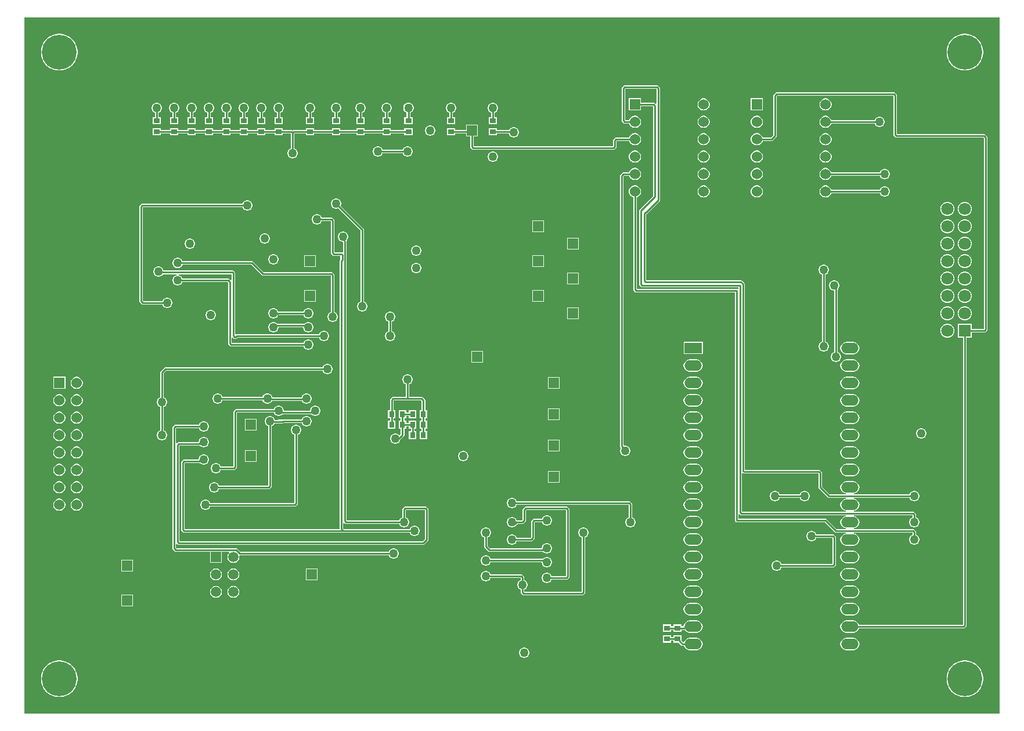
<source format=gbl>
G04*
G04 #@! TF.GenerationSoftware,Altium Limited,Altium Designer,22.3.1 (43)*
G04*
G04 Layer_Physical_Order=4*
G04 Layer_Color=16711680*
%FSLAX25Y25*%
%MOIN*%
G70*
G04*
G04 #@! TF.SameCoordinates,C488EDB3-D5C6-4A86-98F8-C412E4F75817*
G04*
G04*
G04 #@! TF.FilePolarity,Positive*
G04*
G01*
G75*
%ADD11C,0.01000*%
%ADD15R,0.03740X0.03150*%
%ADD19R,0.03150X0.03740*%
%ADD40R,0.10000X0.06000*%
%ADD41O,0.10000X0.06000*%
%ADD42C,0.06000*%
%ADD43R,0.06000X0.06000*%
%ADD44R,0.05906X0.05906*%
%ADD45C,0.05906*%
%ADD46R,0.05906X0.05906*%
%ADD47R,0.07087X0.07087*%
%ADD48C,0.07087*%
%ADD49C,0.20000*%
%ADD50C,0.05000*%
G36*
X560000D02*
X0D01*
Y400000D01*
X560000D01*
Y0D01*
D02*
G37*
%LPC*%
G36*
X540826Y390500D02*
X539174D01*
X537541Y390242D01*
X535969Y389731D01*
X534497Y388980D01*
X533160Y388009D01*
X531991Y386840D01*
X531020Y385503D01*
X530269Y384031D01*
X529759Y382459D01*
X529500Y380826D01*
Y379174D01*
X529759Y377541D01*
X530269Y375969D01*
X531020Y374497D01*
X531991Y373160D01*
X533160Y371991D01*
X534497Y371020D01*
X535969Y370269D01*
X537541Y369759D01*
X539174Y369500D01*
X540826D01*
X542459Y369759D01*
X544031Y370269D01*
X545503Y371020D01*
X546840Y371991D01*
X548009Y373160D01*
X548980Y374497D01*
X549731Y375969D01*
X550242Y377541D01*
X550500Y379174D01*
Y380826D01*
X550242Y382459D01*
X549731Y384031D01*
X548980Y385503D01*
X548009Y386840D01*
X546840Y388009D01*
X545503Y388980D01*
X544031Y389731D01*
X542459Y390242D01*
X540826Y390500D01*
D02*
G37*
G36*
X20826D02*
X19174D01*
X17541Y390242D01*
X15969Y389731D01*
X14497Y388980D01*
X13160Y388009D01*
X11991Y386840D01*
X11020Y385503D01*
X10269Y384031D01*
X9759Y382459D01*
X9500Y380826D01*
Y379174D01*
X9759Y377541D01*
X10269Y375969D01*
X11020Y374497D01*
X11991Y373160D01*
X13160Y371991D01*
X14497Y371020D01*
X15969Y370269D01*
X17541Y369759D01*
X19174Y369500D01*
X20826D01*
X22459Y369759D01*
X24031Y370269D01*
X25503Y371020D01*
X26840Y371991D01*
X28009Y373160D01*
X28980Y374497D01*
X29731Y375969D01*
X30242Y377541D01*
X30500Y379174D01*
Y380826D01*
X30242Y382459D01*
X29731Y384031D01*
X28980Y385503D01*
X28009Y386840D01*
X26840Y388009D01*
X25503Y388980D01*
X24031Y389731D01*
X22459Y390242D01*
X20826Y390500D01*
D02*
G37*
G36*
X363414Y361020D02*
X344586D01*
X344196Y360942D01*
X343865Y360721D01*
X343279Y360135D01*
X343058Y359804D01*
X342980Y359414D01*
Y340586D01*
X343058Y340196D01*
X343279Y339865D01*
X343865Y339279D01*
X344196Y339058D01*
X344586Y338980D01*
X347280D01*
X347368Y338649D01*
X347829Y337851D01*
X348481Y337199D01*
X349279Y336738D01*
X350169Y336500D01*
X351091D01*
X351981Y336738D01*
X352779Y337199D01*
X353431Y337851D01*
X353891Y338649D01*
X354130Y339539D01*
Y340461D01*
X353891Y341351D01*
X353431Y342149D01*
X352779Y342801D01*
X351981Y343262D01*
X351091Y343500D01*
X350169D01*
X349279Y343262D01*
X348481Y342801D01*
X347829Y342149D01*
X347368Y341351D01*
X347280Y341020D01*
X345020D01*
Y358980D01*
X362980D01*
Y350583D01*
X362480Y350376D01*
X362135Y350721D01*
X361804Y350942D01*
X361414Y351020D01*
X354130D01*
Y353500D01*
X347130D01*
Y346500D01*
X354130D01*
Y348980D01*
X360980D01*
Y297422D01*
X353279Y289721D01*
X353058Y289390D01*
X352980Y289000D01*
Y246586D01*
X353058Y246196D01*
X353279Y245865D01*
X353865Y245279D01*
X354196Y245058D01*
X354586Y244980D01*
X409980D01*
Y244149D01*
X409480Y243882D01*
X409390Y243942D01*
X409000Y244020D01*
X351649D01*
Y296650D01*
X351981Y296739D01*
X352779Y297199D01*
X353431Y297851D01*
X353891Y298649D01*
X354130Y299539D01*
Y300461D01*
X353891Y301351D01*
X353431Y302149D01*
X352779Y302801D01*
X351981Y303261D01*
X351091Y303500D01*
X350169D01*
X349279Y303261D01*
X348481Y302801D01*
X347829Y302149D01*
X347368Y301351D01*
X347130Y300461D01*
Y299539D01*
X347368Y298649D01*
X347829Y297851D01*
X348481Y297199D01*
X349279Y296739D01*
X349610Y296650D01*
Y243586D01*
X349688Y243196D01*
X349909Y242865D01*
X350495Y242279D01*
X350826Y242058D01*
X351216Y241980D01*
X407980D01*
Y111000D01*
X408058Y110610D01*
X408279Y110279D01*
X408610Y110058D01*
X409000Y109980D01*
X459578D01*
X465279Y104279D01*
X465610Y104058D01*
X466000Y103980D01*
X471589D01*
X471622Y103480D01*
X471086Y103410D01*
X470235Y103057D01*
X469504Y102496D01*
X468943Y101765D01*
X468590Y100914D01*
X468470Y100000D01*
X468590Y99086D01*
X468943Y98235D01*
X469504Y97504D01*
X470235Y96943D01*
X471086Y96590D01*
X472000Y96470D01*
X476000D01*
X476914Y96590D01*
X477765Y96943D01*
X478496Y97504D01*
X479057Y98235D01*
X479410Y99086D01*
X479530Y100000D01*
X479410Y100914D01*
X479057Y101765D01*
X478496Y102496D01*
X477765Y103057D01*
X476914Y103410D01*
X476378Y103480D01*
X476411Y103980D01*
X509980D01*
Y102833D01*
X509842Y102796D01*
X509158Y102401D01*
X508599Y101842D01*
X508204Y101158D01*
X508000Y100395D01*
Y99605D01*
X508204Y98842D01*
X508599Y98158D01*
X509158Y97599D01*
X509842Y97204D01*
X510605Y97000D01*
X511395D01*
X512158Y97204D01*
X512842Y97599D01*
X513401Y98158D01*
X513796Y98842D01*
X514000Y99605D01*
Y100395D01*
X513796Y101158D01*
X513401Y101842D01*
X512842Y102401D01*
X512158Y102796D01*
X512020Y102833D01*
Y104414D01*
X511942Y104804D01*
X511721Y105135D01*
X511135Y105721D01*
X510804Y105942D01*
X510414Y106020D01*
X476411D01*
X476378Y106520D01*
X476914Y106590D01*
X477765Y106943D01*
X478496Y107504D01*
X479057Y108235D01*
X479410Y109086D01*
X479530Y110000D01*
X479410Y110914D01*
X479057Y111765D01*
X478496Y112496D01*
X477765Y113057D01*
X476914Y113410D01*
X476378Y113480D01*
X476411Y113980D01*
X509980D01*
Y112833D01*
X509842Y112796D01*
X509158Y112401D01*
X508599Y111842D01*
X508204Y111158D01*
X508000Y110395D01*
Y109605D01*
X508204Y108842D01*
X508599Y108158D01*
X509158Y107599D01*
X509842Y107204D01*
X510605Y107000D01*
X511395D01*
X512158Y107204D01*
X512842Y107599D01*
X513401Y108158D01*
X513796Y108842D01*
X514000Y109605D01*
Y110395D01*
X513796Y111158D01*
X513401Y111842D01*
X512842Y112401D01*
X512158Y112796D01*
X512020Y112833D01*
Y114414D01*
X511942Y114804D01*
X511721Y115135D01*
X511135Y115721D01*
X510804Y115942D01*
X510414Y116020D01*
X476411D01*
X476378Y116520D01*
X476914Y116590D01*
X477765Y116943D01*
X478496Y117504D01*
X479057Y118235D01*
X479410Y119086D01*
X479530Y120000D01*
X479410Y120914D01*
X479057Y121765D01*
X478496Y122496D01*
X477765Y123057D01*
X476914Y123410D01*
X476378Y123480D01*
X476411Y123980D01*
X508167D01*
X508204Y123842D01*
X508599Y123158D01*
X509158Y122599D01*
X509842Y122204D01*
X510605Y122000D01*
X511395D01*
X512158Y122204D01*
X512842Y122599D01*
X513401Y123158D01*
X513796Y123842D01*
X514000Y124605D01*
Y125395D01*
X513796Y126158D01*
X513401Y126842D01*
X512842Y127401D01*
X512158Y127796D01*
X511395Y128000D01*
X510605D01*
X509842Y127796D01*
X509158Y127401D01*
X508599Y126842D01*
X508204Y126158D01*
X508167Y126020D01*
X476411D01*
X476378Y126520D01*
X476914Y126590D01*
X477765Y126943D01*
X478496Y127504D01*
X479057Y128235D01*
X479410Y129086D01*
X479530Y130000D01*
X479410Y130914D01*
X479057Y131765D01*
X478496Y132496D01*
X477765Y133057D01*
X476914Y133410D01*
X476000Y133530D01*
X472000D01*
X471086Y133410D01*
X470235Y133057D01*
X469504Y132496D01*
X468943Y131765D01*
X468590Y130914D01*
X468470Y130000D01*
X468590Y129086D01*
X468943Y128235D01*
X469504Y127504D01*
X470235Y126943D01*
X471086Y126590D01*
X471622Y126520D01*
X471589Y126020D01*
X462422D01*
X458020Y130422D01*
Y138414D01*
X457942Y138804D01*
X457721Y139135D01*
X457135Y139721D01*
X456804Y139942D01*
X456414Y140020D01*
X413520D01*
Y246914D01*
X413442Y247304D01*
X413221Y247635D01*
X412135Y248721D01*
X411804Y248942D01*
X411414Y249020D01*
X357020D01*
Y286984D01*
X357390Y287058D01*
X357721Y287279D01*
X364721Y294279D01*
X364942Y294610D01*
X365020Y295000D01*
Y359414D01*
X364942Y359804D01*
X364721Y360135D01*
X364135Y360721D01*
X363804Y360942D01*
X363414Y361020D01*
D02*
G37*
G36*
X460461Y353500D02*
X459539D01*
X458649Y353261D01*
X457851Y352801D01*
X457199Y352149D01*
X456739Y351351D01*
X456500Y350461D01*
Y349539D01*
X456739Y348649D01*
X457199Y347851D01*
X457851Y347199D01*
X458649Y346739D01*
X459539Y346500D01*
X460461D01*
X461351Y346739D01*
X462149Y347199D01*
X462801Y347851D01*
X463262Y348649D01*
X463500Y349539D01*
Y350461D01*
X463262Y351351D01*
X462801Y352149D01*
X462149Y352801D01*
X461351Y353261D01*
X460461Y353500D01*
D02*
G37*
G36*
X424130D02*
X417130D01*
Y346500D01*
X424130D01*
Y353500D01*
D02*
G37*
G36*
X390461D02*
X389539D01*
X388649Y353261D01*
X387851Y352801D01*
X387199Y352149D01*
X386738Y351351D01*
X386500Y350461D01*
Y349539D01*
X386738Y348649D01*
X387199Y347851D01*
X387851Y347199D01*
X388649Y346739D01*
X389539Y346500D01*
X390461D01*
X391351Y346739D01*
X392149Y347199D01*
X392801Y347851D01*
X393262Y348649D01*
X393500Y349539D01*
Y350461D01*
X393262Y351351D01*
X392801Y352149D01*
X392149Y352801D01*
X391351Y353261D01*
X390461Y353500D01*
D02*
G37*
G36*
X269395Y351000D02*
X268605D01*
X267842Y350796D01*
X267158Y350401D01*
X266599Y349842D01*
X266204Y349158D01*
X266000Y348395D01*
Y347605D01*
X266204Y346842D01*
X266599Y346158D01*
X267158Y345599D01*
X267842Y345204D01*
X267980Y345167D01*
Y342724D01*
X266630D01*
Y338575D01*
X271370D01*
Y342724D01*
X270020D01*
Y345167D01*
X270158Y345204D01*
X270842Y345599D01*
X271401Y346158D01*
X271796Y346842D01*
X272000Y347605D01*
Y348395D01*
X271796Y349158D01*
X271401Y349842D01*
X270842Y350401D01*
X270158Y350796D01*
X269395Y351000D01*
D02*
G37*
G36*
X245395D02*
X244605D01*
X243842Y350796D01*
X243158Y350401D01*
X242599Y349842D01*
X242204Y349158D01*
X242000Y348395D01*
Y347605D01*
X242204Y346842D01*
X242599Y346158D01*
X243158Y345599D01*
X243842Y345204D01*
X243980Y345167D01*
Y342724D01*
X242630D01*
Y338575D01*
X247370D01*
Y342724D01*
X246020D01*
Y345167D01*
X246158Y345204D01*
X246842Y345599D01*
X247401Y346158D01*
X247796Y346842D01*
X248000Y347605D01*
Y348395D01*
X247796Y349158D01*
X247401Y349842D01*
X246842Y350401D01*
X246158Y350796D01*
X245395Y351000D01*
D02*
G37*
G36*
X220895D02*
X220105D01*
X219342Y350796D01*
X218658Y350401D01*
X218099Y349842D01*
X217704Y349158D01*
X217500Y348395D01*
Y347605D01*
X217704Y346842D01*
X218099Y346158D01*
X218658Y345599D01*
X219342Y345204D01*
X219480Y345167D01*
Y342724D01*
X218130D01*
Y338575D01*
X222870D01*
Y342724D01*
X221520D01*
Y345167D01*
X221658Y345204D01*
X222342Y345599D01*
X222901Y346158D01*
X223296Y346842D01*
X223500Y347605D01*
Y348395D01*
X223296Y349158D01*
X222901Y349842D01*
X222342Y350401D01*
X221658Y350796D01*
X220895Y351000D01*
D02*
G37*
G36*
X208395D02*
X207605D01*
X206842Y350796D01*
X206158Y350401D01*
X205599Y349842D01*
X205204Y349158D01*
X205000Y348395D01*
Y347605D01*
X205204Y346842D01*
X205599Y346158D01*
X206158Y345599D01*
X206842Y345204D01*
X206980Y345167D01*
Y342724D01*
X205630D01*
Y338575D01*
X210370D01*
Y342724D01*
X209020D01*
Y345167D01*
X209158Y345204D01*
X209842Y345599D01*
X210401Y346158D01*
X210796Y346842D01*
X211000Y347605D01*
Y348395D01*
X210796Y349158D01*
X210401Y349842D01*
X209842Y350401D01*
X209158Y350796D01*
X208395Y351000D01*
D02*
G37*
G36*
X193395D02*
X192605D01*
X191842Y350796D01*
X191158Y350401D01*
X190599Y349842D01*
X190204Y349158D01*
X190000Y348395D01*
Y347605D01*
X190204Y346842D01*
X190599Y346158D01*
X191158Y345599D01*
X191842Y345204D01*
X191980Y345167D01*
Y342724D01*
X190630D01*
Y338575D01*
X195370D01*
Y342724D01*
X194020D01*
Y345167D01*
X194158Y345204D01*
X194842Y345599D01*
X195401Y346158D01*
X195796Y346842D01*
X196000Y347605D01*
Y348395D01*
X195796Y349158D01*
X195401Y349842D01*
X194842Y350401D01*
X194158Y350796D01*
X193395Y351000D01*
D02*
G37*
G36*
X179395D02*
X178605D01*
X177842Y350796D01*
X177158Y350401D01*
X176599Y349842D01*
X176204Y349158D01*
X176000Y348395D01*
Y347605D01*
X176204Y346842D01*
X176599Y346158D01*
X177158Y345599D01*
X177842Y345204D01*
X177980Y345167D01*
Y342724D01*
X176630D01*
Y338575D01*
X181370D01*
Y342724D01*
X180020D01*
Y345167D01*
X180158Y345204D01*
X180842Y345599D01*
X181401Y346158D01*
X181796Y346842D01*
X182000Y347605D01*
Y348395D01*
X181796Y349158D01*
X181401Y349842D01*
X180842Y350401D01*
X180158Y350796D01*
X179395Y351000D01*
D02*
G37*
G36*
X164395D02*
X163605D01*
X162842Y350796D01*
X162158Y350401D01*
X161599Y349842D01*
X161204Y349158D01*
X161000Y348395D01*
Y347605D01*
X161204Y346842D01*
X161599Y346158D01*
X162158Y345599D01*
X162842Y345204D01*
X162980Y345167D01*
Y342724D01*
X161630D01*
Y338575D01*
X166370D01*
Y342724D01*
X165020D01*
Y345167D01*
X165158Y345204D01*
X165842Y345599D01*
X166401Y346158D01*
X166796Y346842D01*
X167000Y347605D01*
Y348395D01*
X166796Y349158D01*
X166401Y349842D01*
X165842Y350401D01*
X165158Y350796D01*
X164395Y351000D01*
D02*
G37*
G36*
X146395D02*
X145605D01*
X144842Y350796D01*
X144158Y350401D01*
X143599Y349842D01*
X143204Y349158D01*
X143000Y348395D01*
Y347605D01*
X143204Y346842D01*
X143599Y346158D01*
X144158Y345599D01*
X144842Y345204D01*
X144980Y345167D01*
Y342724D01*
X143630D01*
Y338575D01*
X148370D01*
Y342724D01*
X147020D01*
Y345167D01*
X147158Y345204D01*
X147842Y345599D01*
X148401Y346158D01*
X148796Y346842D01*
X149000Y347605D01*
Y348395D01*
X148796Y349158D01*
X148401Y349842D01*
X147842Y350401D01*
X147158Y350796D01*
X146395Y351000D01*
D02*
G37*
G36*
X136395D02*
X135605D01*
X134842Y350796D01*
X134158Y350401D01*
X133599Y349842D01*
X133204Y349158D01*
X133000Y348395D01*
Y347605D01*
X133204Y346842D01*
X133599Y346158D01*
X134158Y345599D01*
X134842Y345204D01*
X134980Y345167D01*
Y342724D01*
X133630D01*
Y338575D01*
X138370D01*
Y342724D01*
X137020D01*
Y345167D01*
X137158Y345204D01*
X137842Y345599D01*
X138401Y346158D01*
X138796Y346842D01*
X139000Y347605D01*
Y348395D01*
X138796Y349158D01*
X138401Y349842D01*
X137842Y350401D01*
X137158Y350796D01*
X136395Y351000D01*
D02*
G37*
G36*
X126395D02*
X125605D01*
X124842Y350796D01*
X124158Y350401D01*
X123599Y349842D01*
X123204Y349158D01*
X123000Y348395D01*
Y347605D01*
X123204Y346842D01*
X123599Y346158D01*
X124158Y345599D01*
X124842Y345204D01*
X124980Y345167D01*
Y342724D01*
X123630D01*
Y338575D01*
X128370D01*
Y342724D01*
X127020D01*
Y345167D01*
X127158Y345204D01*
X127842Y345599D01*
X128401Y346158D01*
X128796Y346842D01*
X129000Y347605D01*
Y348395D01*
X128796Y349158D01*
X128401Y349842D01*
X127842Y350401D01*
X127158Y350796D01*
X126395Y351000D01*
D02*
G37*
G36*
X116395D02*
X115605D01*
X114842Y350796D01*
X114158Y350401D01*
X113599Y349842D01*
X113204Y349158D01*
X113000Y348395D01*
Y347605D01*
X113204Y346842D01*
X113599Y346158D01*
X114158Y345599D01*
X114842Y345204D01*
X114980Y345167D01*
Y342724D01*
X113630D01*
Y338575D01*
X118370D01*
Y342724D01*
X117020D01*
Y345167D01*
X117158Y345204D01*
X117842Y345599D01*
X118401Y346158D01*
X118796Y346842D01*
X119000Y347605D01*
Y348395D01*
X118796Y349158D01*
X118401Y349842D01*
X117842Y350401D01*
X117158Y350796D01*
X116395Y351000D01*
D02*
G37*
G36*
X106395D02*
X105605D01*
X104842Y350796D01*
X104158Y350401D01*
X103599Y349842D01*
X103204Y349158D01*
X103000Y348395D01*
Y347605D01*
X103204Y346842D01*
X103599Y346158D01*
X104158Y345599D01*
X104842Y345204D01*
X104980Y345167D01*
Y342724D01*
X103630D01*
Y338575D01*
X108370D01*
Y342724D01*
X107020D01*
Y345167D01*
X107158Y345204D01*
X107842Y345599D01*
X108401Y346158D01*
X108796Y346842D01*
X109000Y347605D01*
Y348395D01*
X108796Y349158D01*
X108401Y349842D01*
X107842Y350401D01*
X107158Y350796D01*
X106395Y351000D01*
D02*
G37*
G36*
X96395D02*
X95605D01*
X94842Y350796D01*
X94158Y350401D01*
X93599Y349842D01*
X93204Y349158D01*
X93000Y348395D01*
Y347605D01*
X93204Y346842D01*
X93599Y346158D01*
X94158Y345599D01*
X94842Y345204D01*
X94980Y345167D01*
Y342724D01*
X93630D01*
Y338575D01*
X98370D01*
Y342724D01*
X97020D01*
Y345167D01*
X97158Y345204D01*
X97842Y345599D01*
X98401Y346158D01*
X98796Y346842D01*
X99000Y347605D01*
Y348395D01*
X98796Y349158D01*
X98401Y349842D01*
X97842Y350401D01*
X97158Y350796D01*
X96395Y351000D01*
D02*
G37*
G36*
X86395D02*
X85605D01*
X84842Y350796D01*
X84158Y350401D01*
X83599Y349842D01*
X83204Y349158D01*
X83000Y348395D01*
Y347605D01*
X83204Y346842D01*
X83599Y346158D01*
X84158Y345599D01*
X84842Y345204D01*
X84980Y345167D01*
Y342724D01*
X83630D01*
Y338575D01*
X88370D01*
Y342724D01*
X87020D01*
Y345167D01*
X87158Y345204D01*
X87842Y345599D01*
X88401Y346158D01*
X88796Y346842D01*
X89000Y347605D01*
Y348395D01*
X88796Y349158D01*
X88401Y349842D01*
X87842Y350401D01*
X87158Y350796D01*
X86395Y351000D01*
D02*
G37*
G36*
X76395D02*
X75605D01*
X74842Y350796D01*
X74158Y350401D01*
X73599Y349842D01*
X73204Y349158D01*
X73000Y348395D01*
Y347605D01*
X73204Y346842D01*
X73599Y346158D01*
X74158Y345599D01*
X74842Y345204D01*
X74980Y345167D01*
Y342724D01*
X73630D01*
Y338575D01*
X78370D01*
Y342724D01*
X77020D01*
Y345167D01*
X77158Y345204D01*
X77842Y345599D01*
X78401Y346158D01*
X78796Y346842D01*
X79000Y347605D01*
Y348395D01*
X78796Y349158D01*
X78401Y349842D01*
X77842Y350401D01*
X77158Y350796D01*
X76395Y351000D01*
D02*
G37*
G36*
X460461Y343500D02*
X459539D01*
X458649Y343262D01*
X457851Y342801D01*
X457199Y342149D01*
X456739Y341351D01*
X456500Y340461D01*
Y339539D01*
X456739Y338649D01*
X457199Y337851D01*
X457851Y337199D01*
X458649Y336738D01*
X459539Y336500D01*
X460461D01*
X461351Y336738D01*
X462149Y337199D01*
X462801Y337851D01*
X463262Y338649D01*
X463350Y338980D01*
X488167D01*
X488204Y338842D01*
X488599Y338158D01*
X489158Y337599D01*
X489842Y337204D01*
X490605Y337000D01*
X491395D01*
X492158Y337204D01*
X492842Y337599D01*
X493401Y338158D01*
X493796Y338842D01*
X494000Y339605D01*
Y340395D01*
X493796Y341158D01*
X493401Y341842D01*
X492842Y342401D01*
X492158Y342796D01*
X491395Y343000D01*
X490605D01*
X489842Y342796D01*
X489158Y342401D01*
X488599Y341842D01*
X488204Y341158D01*
X488167Y341020D01*
X463350D01*
X463262Y341351D01*
X462801Y342149D01*
X462149Y342801D01*
X461351Y343262D01*
X460461Y343500D01*
D02*
G37*
G36*
X421091D02*
X420169D01*
X419279Y343262D01*
X418481Y342801D01*
X417829Y342149D01*
X417368Y341351D01*
X417130Y340461D01*
Y339539D01*
X417368Y338649D01*
X417829Y337851D01*
X418481Y337199D01*
X419279Y336738D01*
X420169Y336500D01*
X421091D01*
X421981Y336738D01*
X422779Y337199D01*
X423431Y337851D01*
X423891Y338649D01*
X424130Y339539D01*
Y340461D01*
X423891Y341351D01*
X423431Y342149D01*
X422779Y342801D01*
X421981Y343262D01*
X421091Y343500D01*
D02*
G37*
G36*
X390461D02*
X389539D01*
X388649Y343262D01*
X387851Y342801D01*
X387199Y342149D01*
X386738Y341351D01*
X386500Y340461D01*
Y339539D01*
X386738Y338649D01*
X387199Y337851D01*
X387851Y337199D01*
X388649Y336738D01*
X389539Y336500D01*
X390461D01*
X391351Y336738D01*
X392149Y337199D01*
X392801Y337851D01*
X393262Y338649D01*
X393500Y339539D01*
Y340461D01*
X393262Y341351D01*
X392801Y342149D01*
X392149Y342801D01*
X391351Y343262D01*
X390461Y343500D01*
D02*
G37*
G36*
X281395Y337000D02*
X280605D01*
X279842Y336796D01*
X279158Y336401D01*
X278599Y335842D01*
X278327Y335370D01*
X271370D01*
Y336425D01*
X266630D01*
Y332276D01*
X271370D01*
Y333331D01*
X278074D01*
X278204Y332842D01*
X278599Y332158D01*
X279158Y331599D01*
X279842Y331204D01*
X280605Y331000D01*
X281395D01*
X282158Y331204D01*
X282842Y331599D01*
X283401Y332158D01*
X283796Y332842D01*
X284000Y333605D01*
Y334395D01*
X283796Y335158D01*
X283401Y335842D01*
X282842Y336401D01*
X282158Y336796D01*
X281395Y337000D01*
D02*
G37*
G36*
X260453Y338453D02*
X253547D01*
Y335370D01*
X247370D01*
Y336425D01*
X242630D01*
Y332276D01*
X247370D01*
Y333331D01*
X253547D01*
Y331547D01*
X255980D01*
Y325586D01*
X256058Y325196D01*
X256279Y324865D01*
X256865Y324279D01*
X257196Y324058D01*
X257586Y323980D01*
X338414D01*
X338804Y324058D01*
X339135Y324279D01*
X339721Y324865D01*
X339942Y325196D01*
X340020Y325586D01*
Y328980D01*
X347280D01*
X347368Y328649D01*
X347829Y327851D01*
X348481Y327199D01*
X349279Y326739D01*
X350169Y326500D01*
X351091D01*
X351981Y326739D01*
X352779Y327199D01*
X353431Y327851D01*
X353891Y328649D01*
X354130Y329539D01*
Y330461D01*
X353891Y331351D01*
X353431Y332149D01*
X352779Y332801D01*
X351981Y333261D01*
X351091Y333500D01*
X350169D01*
X349279Y333261D01*
X348481Y332801D01*
X347829Y332149D01*
X347368Y331351D01*
X347280Y331020D01*
X339586D01*
X339196Y330942D01*
X338865Y330721D01*
X338279Y330135D01*
X338058Y329804D01*
X337980Y329414D01*
Y326020D01*
X258020D01*
Y331547D01*
X260453D01*
Y338453D01*
D02*
G37*
G36*
X222870Y336425D02*
X218130D01*
Y335370D01*
X210370D01*
Y336425D01*
X205630D01*
Y335370D01*
X195370D01*
Y336425D01*
X190630D01*
Y335370D01*
X181370D01*
Y336425D01*
X176630D01*
Y335370D01*
X166370D01*
Y336425D01*
X161630D01*
Y335370D01*
X154586D01*
X154196Y335292D01*
X154000Y335162D01*
X153804Y335292D01*
X153414Y335370D01*
X148370D01*
Y336425D01*
X143630D01*
Y335370D01*
X138370D01*
Y336425D01*
X133630D01*
Y335370D01*
X128370D01*
Y336425D01*
X123630D01*
Y335370D01*
X118370D01*
Y336425D01*
X113630D01*
Y335370D01*
X108370D01*
Y336425D01*
X103630D01*
Y335370D01*
X98370D01*
Y336425D01*
X93630D01*
Y335370D01*
X88370D01*
Y336425D01*
X83630D01*
Y335370D01*
X78370D01*
Y336425D01*
X73630D01*
Y332276D01*
X78370D01*
Y333331D01*
X83630D01*
Y332276D01*
X88370D01*
Y333331D01*
X93630D01*
Y332276D01*
X98370D01*
Y333331D01*
X103630D01*
Y332276D01*
X108370D01*
Y333331D01*
X113630D01*
Y332276D01*
X118370D01*
Y333331D01*
X123630D01*
Y332276D01*
X128370D01*
Y333331D01*
X133630D01*
Y332276D01*
X138370D01*
Y333331D01*
X143630D01*
Y332276D01*
X148370D01*
Y333331D01*
X152980D01*
Y324833D01*
X152842Y324796D01*
X152158Y324401D01*
X151599Y323842D01*
X151204Y323158D01*
X151000Y322395D01*
Y321605D01*
X151204Y320842D01*
X151599Y320158D01*
X152158Y319599D01*
X152842Y319204D01*
X153605Y319000D01*
X154395D01*
X155158Y319204D01*
X155842Y319599D01*
X156401Y320158D01*
X156796Y320842D01*
X157000Y321605D01*
Y322395D01*
X156796Y323158D01*
X156401Y323842D01*
X155842Y324401D01*
X155158Y324796D01*
X155020Y324833D01*
Y333331D01*
X161630D01*
Y332276D01*
X166370D01*
Y333331D01*
X176630D01*
Y332276D01*
X181370D01*
Y333331D01*
X190630D01*
Y332276D01*
X195370D01*
Y333331D01*
X205630D01*
Y332276D01*
X210370D01*
Y333331D01*
X218130D01*
Y332276D01*
X222870D01*
Y336425D01*
D02*
G37*
G36*
X233395Y338000D02*
X232605D01*
X231842Y337796D01*
X231158Y337401D01*
X230599Y336842D01*
X230204Y336158D01*
X230000Y335395D01*
Y334605D01*
X230204Y333842D01*
X230599Y333158D01*
X231158Y332599D01*
X231842Y332204D01*
X232605Y332000D01*
X233395D01*
X234158Y332204D01*
X234842Y332599D01*
X235401Y333158D01*
X235796Y333842D01*
X236000Y334605D01*
Y335395D01*
X235796Y336158D01*
X235401Y336842D01*
X234842Y337401D01*
X234158Y337796D01*
X233395Y338000D01*
D02*
G37*
G36*
X460461Y333500D02*
X459539D01*
X458649Y333261D01*
X457851Y332801D01*
X457199Y332149D01*
X456739Y331351D01*
X456500Y330461D01*
Y329539D01*
X456739Y328649D01*
X457199Y327851D01*
X457851Y327199D01*
X458649Y326739D01*
X459539Y326500D01*
X460461D01*
X461351Y326739D01*
X462149Y327199D01*
X462801Y327851D01*
X463262Y328649D01*
X463500Y329539D01*
Y330461D01*
X463262Y331351D01*
X462801Y332149D01*
X462149Y332801D01*
X461351Y333261D01*
X460461Y333500D01*
D02*
G37*
G36*
X390461D02*
X389539D01*
X388649Y333261D01*
X387851Y332801D01*
X387199Y332149D01*
X386738Y331351D01*
X386500Y330461D01*
Y329539D01*
X386738Y328649D01*
X387199Y327851D01*
X387851Y327199D01*
X388649Y326739D01*
X389539Y326500D01*
X390461D01*
X391351Y326739D01*
X392149Y327199D01*
X392801Y327851D01*
X393262Y328649D01*
X393500Y329539D01*
Y330461D01*
X393262Y331351D01*
X392801Y332149D01*
X392149Y332801D01*
X391351Y333261D01*
X390461Y333500D01*
D02*
G37*
G36*
X220395Y326000D02*
X219605D01*
X218842Y325796D01*
X218158Y325401D01*
X217599Y324842D01*
X217204Y324158D01*
X217167Y324020D01*
X205833D01*
X205796Y324158D01*
X205401Y324842D01*
X204842Y325401D01*
X204158Y325796D01*
X203395Y326000D01*
X202605D01*
X201842Y325796D01*
X201158Y325401D01*
X200599Y324842D01*
X200204Y324158D01*
X200000Y323395D01*
Y322605D01*
X200204Y321842D01*
X200599Y321158D01*
X201158Y320599D01*
X201842Y320204D01*
X202605Y320000D01*
X203395D01*
X204158Y320204D01*
X204842Y320599D01*
X205401Y321158D01*
X205796Y321842D01*
X205833Y321980D01*
X217167D01*
X217204Y321842D01*
X217599Y321158D01*
X218158Y320599D01*
X218842Y320204D01*
X219605Y320000D01*
X220395D01*
X221158Y320204D01*
X221842Y320599D01*
X222401Y321158D01*
X222796Y321842D01*
X223000Y322605D01*
Y323395D01*
X222796Y324158D01*
X222401Y324842D01*
X221842Y325401D01*
X221158Y325796D01*
X220395Y326000D01*
D02*
G37*
G36*
X269395Y323000D02*
X268605D01*
X267842Y322796D01*
X267158Y322401D01*
X266599Y321842D01*
X266204Y321158D01*
X266000Y320395D01*
Y319605D01*
X266204Y318842D01*
X266599Y318158D01*
X267158Y317599D01*
X267842Y317204D01*
X268605Y317000D01*
X269395D01*
X270158Y317204D01*
X270842Y317599D01*
X271401Y318158D01*
X271796Y318842D01*
X272000Y319605D01*
Y320395D01*
X271796Y321158D01*
X271401Y321842D01*
X270842Y322401D01*
X270158Y322796D01*
X269395Y323000D01*
D02*
G37*
G36*
X460461Y323500D02*
X459539D01*
X458649Y323261D01*
X457851Y322801D01*
X457199Y322149D01*
X456739Y321351D01*
X456500Y320461D01*
Y319539D01*
X456739Y318649D01*
X457199Y317851D01*
X457851Y317199D01*
X458649Y316739D01*
X459539Y316500D01*
X460461D01*
X461351Y316739D01*
X462149Y317199D01*
X462801Y317851D01*
X463262Y318649D01*
X463500Y319539D01*
Y320461D01*
X463262Y321351D01*
X462801Y322149D01*
X462149Y322801D01*
X461351Y323261D01*
X460461Y323500D01*
D02*
G37*
G36*
X421091D02*
X420169D01*
X419279Y323261D01*
X418481Y322801D01*
X417829Y322149D01*
X417368Y321351D01*
X417130Y320461D01*
Y319539D01*
X417368Y318649D01*
X417829Y317851D01*
X418481Y317199D01*
X419279Y316739D01*
X420169Y316500D01*
X421091D01*
X421981Y316739D01*
X422779Y317199D01*
X423431Y317851D01*
X423891Y318649D01*
X424130Y319539D01*
Y320461D01*
X423891Y321351D01*
X423431Y322149D01*
X422779Y322801D01*
X421981Y323261D01*
X421091Y323500D01*
D02*
G37*
G36*
X390461D02*
X389539D01*
X388649Y323261D01*
X387851Y322801D01*
X387199Y322149D01*
X386738Y321351D01*
X386500Y320461D01*
Y319539D01*
X386738Y318649D01*
X387199Y317851D01*
X387851Y317199D01*
X388649Y316739D01*
X389539Y316500D01*
X390461D01*
X391351Y316739D01*
X392149Y317199D01*
X392801Y317851D01*
X393262Y318649D01*
X393500Y319539D01*
Y320461D01*
X393262Y321351D01*
X392801Y322149D01*
X392149Y322801D01*
X391351Y323261D01*
X390461Y323500D01*
D02*
G37*
G36*
X351091D02*
X350169D01*
X349279Y323261D01*
X348481Y322801D01*
X347829Y322149D01*
X347368Y321351D01*
X347130Y320461D01*
Y319539D01*
X347368Y318649D01*
X347829Y317851D01*
X348481Y317199D01*
X349279Y316739D01*
X350169Y316500D01*
X351091D01*
X351981Y316739D01*
X352779Y317199D01*
X353431Y317851D01*
X353891Y318649D01*
X354130Y319539D01*
Y320461D01*
X353891Y321351D01*
X353431Y322149D01*
X352779Y322801D01*
X351981Y323261D01*
X351091Y323500D01*
D02*
G37*
G36*
X460461Y313500D02*
X459539D01*
X458649Y313262D01*
X457851Y312801D01*
X457199Y312149D01*
X456739Y311351D01*
X456500Y310461D01*
Y309539D01*
X456739Y308649D01*
X457199Y307851D01*
X457851Y307199D01*
X458649Y306738D01*
X459539Y306500D01*
X460461D01*
X461351Y306738D01*
X462149Y307199D01*
X462801Y307851D01*
X463262Y308649D01*
X463350Y308980D01*
X491167D01*
X491204Y308842D01*
X491599Y308158D01*
X492158Y307599D01*
X492842Y307204D01*
X493605Y307000D01*
X494395D01*
X495158Y307204D01*
X495842Y307599D01*
X496401Y308158D01*
X496796Y308842D01*
X497000Y309605D01*
Y310395D01*
X496796Y311158D01*
X496401Y311842D01*
X495842Y312401D01*
X495158Y312796D01*
X494395Y313000D01*
X493605D01*
X492842Y312796D01*
X492158Y312401D01*
X491599Y311842D01*
X491204Y311158D01*
X491167Y311020D01*
X463350D01*
X463262Y311351D01*
X462801Y312149D01*
X462149Y312801D01*
X461351Y313262D01*
X460461Y313500D01*
D02*
G37*
G36*
X421091D02*
X420169D01*
X419279Y313262D01*
X418481Y312801D01*
X417829Y312149D01*
X417368Y311351D01*
X417130Y310461D01*
Y309539D01*
X417368Y308649D01*
X417829Y307851D01*
X418481Y307199D01*
X419279Y306738D01*
X420169Y306500D01*
X421091D01*
X421981Y306738D01*
X422779Y307199D01*
X423431Y307851D01*
X423891Y308649D01*
X424130Y309539D01*
Y310461D01*
X423891Y311351D01*
X423431Y312149D01*
X422779Y312801D01*
X421981Y313262D01*
X421091Y313500D01*
D02*
G37*
G36*
X390461D02*
X389539D01*
X388649Y313262D01*
X387851Y312801D01*
X387199Y312149D01*
X386738Y311351D01*
X386500Y310461D01*
Y309539D01*
X386738Y308649D01*
X387199Y307851D01*
X387851Y307199D01*
X388649Y306738D01*
X389539Y306500D01*
X390461D01*
X391351Y306738D01*
X392149Y307199D01*
X392801Y307851D01*
X393262Y308649D01*
X393500Y309539D01*
Y310461D01*
X393262Y311351D01*
X392801Y312149D01*
X392149Y312801D01*
X391351Y313262D01*
X390461Y313500D01*
D02*
G37*
G36*
X351091D02*
X350169D01*
X349279Y313262D01*
X348481Y312801D01*
X347829Y312149D01*
X347368Y311351D01*
X347280Y311020D01*
X344000D01*
X343610Y310942D01*
X343279Y310721D01*
X342279Y309721D01*
X342058Y309390D01*
X341980Y309000D01*
Y153586D01*
X342058Y153196D01*
X342279Y152865D01*
X342491Y152653D01*
X342204Y152158D01*
X342000Y151395D01*
Y150605D01*
X342204Y149842D01*
X342599Y149158D01*
X343158Y148599D01*
X343842Y148204D01*
X344605Y148000D01*
X345395D01*
X346158Y148204D01*
X346842Y148599D01*
X347401Y149158D01*
X347796Y149842D01*
X348000Y150605D01*
Y151395D01*
X347796Y152158D01*
X347401Y152842D01*
X346842Y153401D01*
X346158Y153796D01*
X345395Y154000D01*
X344605D01*
X344505Y153973D01*
X344020Y154360D01*
Y308578D01*
X344422Y308980D01*
X347280D01*
X347368Y308649D01*
X347829Y307851D01*
X348481Y307199D01*
X349279Y306738D01*
X350169Y306500D01*
X351091D01*
X351981Y306738D01*
X352779Y307199D01*
X353431Y307851D01*
X353891Y308649D01*
X354130Y309539D01*
Y310461D01*
X353891Y311351D01*
X353431Y312149D01*
X352779Y312801D01*
X351981Y313262D01*
X351091Y313500D01*
D02*
G37*
G36*
X460461Y303500D02*
X459539D01*
X458649Y303261D01*
X457851Y302801D01*
X457199Y302149D01*
X456739Y301351D01*
X456500Y300461D01*
Y299539D01*
X456739Y298649D01*
X457199Y297851D01*
X457851Y297199D01*
X458649Y296739D01*
X459539Y296500D01*
X460461D01*
X461351Y296739D01*
X462149Y297199D01*
X462801Y297851D01*
X463262Y298649D01*
X463350Y298980D01*
X491167D01*
X491204Y298842D01*
X491599Y298158D01*
X492158Y297599D01*
X492842Y297204D01*
X493605Y297000D01*
X494395D01*
X495158Y297204D01*
X495842Y297599D01*
X496401Y298158D01*
X496796Y298842D01*
X497000Y299605D01*
Y300395D01*
X496796Y301158D01*
X496401Y301842D01*
X495842Y302401D01*
X495158Y302796D01*
X494395Y303000D01*
X493605D01*
X492842Y302796D01*
X492158Y302401D01*
X491599Y301842D01*
X491204Y301158D01*
X491167Y301020D01*
X463350D01*
X463262Y301351D01*
X462801Y302149D01*
X462149Y302801D01*
X461351Y303261D01*
X460461Y303500D01*
D02*
G37*
G36*
X421091D02*
X420169D01*
X419279Y303261D01*
X418481Y302801D01*
X417829Y302149D01*
X417368Y301351D01*
X417130Y300461D01*
Y299539D01*
X417368Y298649D01*
X417829Y297851D01*
X418481Y297199D01*
X419279Y296739D01*
X420169Y296500D01*
X421091D01*
X421981Y296739D01*
X422779Y297199D01*
X423431Y297851D01*
X423891Y298649D01*
X424130Y299539D01*
Y300461D01*
X423891Y301351D01*
X423431Y302149D01*
X422779Y302801D01*
X421981Y303261D01*
X421091Y303500D01*
D02*
G37*
G36*
X390461D02*
X389539D01*
X388649Y303261D01*
X387851Y302801D01*
X387199Y302149D01*
X386738Y301351D01*
X386500Y300461D01*
Y299539D01*
X386738Y298649D01*
X387199Y297851D01*
X387851Y297199D01*
X388649Y296739D01*
X389539Y296500D01*
X390461D01*
X391351Y296739D01*
X392149Y297199D01*
X392801Y297851D01*
X393262Y298649D01*
X393500Y299539D01*
Y300461D01*
X393262Y301351D01*
X392801Y302149D01*
X392149Y302801D01*
X391351Y303261D01*
X390461Y303500D01*
D02*
G37*
G36*
X128395Y295000D02*
X127605D01*
X126842Y294796D01*
X126158Y294401D01*
X125599Y293842D01*
X125204Y293158D01*
X125167Y293020D01*
X67586D01*
X67196Y292942D01*
X66865Y292721D01*
X66279Y292135D01*
X66058Y291804D01*
X65980Y291414D01*
Y237000D01*
X66058Y236610D01*
X66279Y236279D01*
X67279Y235279D01*
X67610Y235058D01*
X68000Y234980D01*
X79167D01*
X79204Y234842D01*
X79599Y234158D01*
X80158Y233599D01*
X80842Y233204D01*
X81605Y233000D01*
X82395D01*
X83158Y233204D01*
X83842Y233599D01*
X84401Y234158D01*
X84796Y234842D01*
X85000Y235605D01*
Y236395D01*
X84796Y237158D01*
X84401Y237842D01*
X83842Y238401D01*
X83158Y238796D01*
X82395Y239000D01*
X81605D01*
X80842Y238796D01*
X80158Y238401D01*
X79599Y237842D01*
X79204Y237158D01*
X79167Y237020D01*
X68422D01*
X68020Y237422D01*
Y290980D01*
X125167D01*
X125204Y290842D01*
X125599Y290158D01*
X126158Y289599D01*
X126842Y289204D01*
X127605Y289000D01*
X128395D01*
X129158Y289204D01*
X129842Y289599D01*
X130401Y290158D01*
X130796Y290842D01*
X131000Y291605D01*
Y292395D01*
X130796Y293158D01*
X130401Y293842D01*
X129842Y294401D01*
X129158Y294796D01*
X128395Y295000D01*
D02*
G37*
G36*
X540532Y294043D02*
X539468D01*
X538439Y293768D01*
X537517Y293235D01*
X536764Y292483D01*
X536232Y291561D01*
X535957Y290532D01*
Y289468D01*
X536232Y288439D01*
X536764Y287517D01*
X537517Y286765D01*
X538439Y286232D01*
X539468Y285957D01*
X540532D01*
X541561Y286232D01*
X542483Y286765D01*
X543235Y287517D01*
X543768Y288439D01*
X544043Y289468D01*
Y290532D01*
X543768Y291561D01*
X543235Y292483D01*
X542483Y293235D01*
X541561Y293768D01*
X540532Y294043D01*
D02*
G37*
G36*
X530532D02*
X529468D01*
X528439Y293768D01*
X527517Y293235D01*
X526764Y292483D01*
X526232Y291561D01*
X525957Y290532D01*
Y289468D01*
X526232Y288439D01*
X526764Y287517D01*
X527517Y286765D01*
X528439Y286232D01*
X529468Y285957D01*
X530532D01*
X531561Y286232D01*
X532483Y286765D01*
X533236Y287517D01*
X533768Y288439D01*
X534043Y289468D01*
Y290532D01*
X533768Y291561D01*
X533236Y292483D01*
X532483Y293235D01*
X531561Y293768D01*
X530532Y294043D01*
D02*
G37*
G36*
X298453Y283453D02*
X291547D01*
Y276547D01*
X298453D01*
Y283453D01*
D02*
G37*
G36*
X540532Y284043D02*
X539468D01*
X538439Y283768D01*
X537517Y283235D01*
X536764Y282483D01*
X536232Y281561D01*
X535957Y280532D01*
Y279468D01*
X536232Y278439D01*
X536764Y277517D01*
X537517Y276765D01*
X538439Y276232D01*
X539468Y275957D01*
X540532D01*
X541561Y276232D01*
X542483Y276765D01*
X543235Y277517D01*
X543768Y278439D01*
X544043Y279468D01*
Y280532D01*
X543768Y281561D01*
X543235Y282483D01*
X542483Y283235D01*
X541561Y283768D01*
X540532Y284043D01*
D02*
G37*
G36*
X530532D02*
X529468D01*
X528439Y283768D01*
X527517Y283235D01*
X526764Y282483D01*
X526232Y281561D01*
X525957Y280532D01*
Y279468D01*
X526232Y278439D01*
X526764Y277517D01*
X527517Y276765D01*
X528439Y276232D01*
X529468Y275957D01*
X530532D01*
X531561Y276232D01*
X532483Y276765D01*
X533236Y277517D01*
X533768Y278439D01*
X534043Y279468D01*
Y280532D01*
X533768Y281561D01*
X533236Y282483D01*
X532483Y283235D01*
X531561Y283768D01*
X530532Y284043D01*
D02*
G37*
G36*
X138395Y276000D02*
X137605D01*
X136842Y275796D01*
X136158Y275401D01*
X135599Y274842D01*
X135204Y274158D01*
X135000Y273395D01*
Y272605D01*
X135204Y271842D01*
X135599Y271158D01*
X136158Y270599D01*
X136842Y270204D01*
X137605Y270000D01*
X138395D01*
X139158Y270204D01*
X139842Y270599D01*
X140401Y271158D01*
X140796Y271842D01*
X141000Y272605D01*
Y273395D01*
X140796Y274158D01*
X140401Y274842D01*
X139842Y275401D01*
X139158Y275796D01*
X138395Y276000D01*
D02*
G37*
G36*
X95395Y273000D02*
X94605D01*
X93842Y272796D01*
X93158Y272401D01*
X92599Y271842D01*
X92204Y271158D01*
X92000Y270395D01*
Y269605D01*
X92204Y268842D01*
X92599Y268158D01*
X93158Y267599D01*
X93842Y267204D01*
X94605Y267000D01*
X95395D01*
X96158Y267204D01*
X96842Y267599D01*
X97401Y268158D01*
X97796Y268842D01*
X98000Y269605D01*
Y270395D01*
X97796Y271158D01*
X97401Y271842D01*
X96842Y272401D01*
X96158Y272796D01*
X95395Y273000D01*
D02*
G37*
G36*
X318453Y273453D02*
X311547D01*
Y266547D01*
X318453D01*
Y273453D01*
D02*
G37*
G36*
X540532Y274043D02*
X539468D01*
X538439Y273768D01*
X537517Y273235D01*
X536764Y272483D01*
X536232Y271561D01*
X535957Y270532D01*
Y269468D01*
X536232Y268439D01*
X536764Y267517D01*
X537517Y266765D01*
X538439Y266232D01*
X539468Y265957D01*
X540532D01*
X541561Y266232D01*
X542483Y266765D01*
X543235Y267517D01*
X543768Y268439D01*
X544043Y269468D01*
Y270532D01*
X543768Y271561D01*
X543235Y272483D01*
X542483Y273235D01*
X541561Y273768D01*
X540532Y274043D01*
D02*
G37*
G36*
X530532D02*
X529468D01*
X528439Y273768D01*
X527517Y273235D01*
X526764Y272483D01*
X526232Y271561D01*
X525957Y270532D01*
Y269468D01*
X526232Y268439D01*
X526764Y267517D01*
X527517Y266765D01*
X528439Y266232D01*
X529468Y265957D01*
X530532D01*
X531561Y266232D01*
X532483Y266765D01*
X533236Y267517D01*
X533768Y268439D01*
X534043Y269468D01*
Y270532D01*
X533768Y271561D01*
X533236Y272483D01*
X532483Y273235D01*
X531561Y273768D01*
X530532Y274043D01*
D02*
G37*
G36*
X225395Y269000D02*
X224605D01*
X223842Y268796D01*
X223158Y268401D01*
X222599Y267842D01*
X222204Y267158D01*
X222000Y266395D01*
Y265605D01*
X222204Y264842D01*
X222599Y264158D01*
X223158Y263599D01*
X223842Y263204D01*
X224605Y263000D01*
X225395D01*
X226158Y263204D01*
X226842Y263599D01*
X227401Y264158D01*
X227796Y264842D01*
X228000Y265605D01*
Y266395D01*
X227796Y267158D01*
X227401Y267842D01*
X226842Y268401D01*
X226158Y268796D01*
X225395Y269000D01*
D02*
G37*
G36*
X143395Y264000D02*
X142605D01*
X141842Y263796D01*
X141158Y263401D01*
X140599Y262842D01*
X140204Y262158D01*
X140000Y261395D01*
Y260605D01*
X140204Y259842D01*
X140599Y259158D01*
X141158Y258599D01*
X141842Y258204D01*
X142605Y258000D01*
X143395D01*
X144158Y258204D01*
X144842Y258599D01*
X145401Y259158D01*
X145796Y259842D01*
X146000Y260605D01*
Y261395D01*
X145796Y262158D01*
X145401Y262842D01*
X144842Y263401D01*
X144158Y263796D01*
X143395Y264000D01*
D02*
G37*
G36*
X298453Y263453D02*
X291547D01*
Y256547D01*
X298453D01*
Y263453D01*
D02*
G37*
G36*
X167453D02*
X160547D01*
Y256547D01*
X167453D01*
Y263453D01*
D02*
G37*
G36*
X540532Y264043D02*
X539468D01*
X538439Y263768D01*
X537517Y263235D01*
X536764Y262483D01*
X536232Y261561D01*
X535957Y260532D01*
Y259468D01*
X536232Y258439D01*
X536764Y257517D01*
X537517Y256765D01*
X538439Y256232D01*
X539468Y255957D01*
X540532D01*
X541561Y256232D01*
X542483Y256765D01*
X543235Y257517D01*
X543768Y258439D01*
X544043Y259468D01*
Y260532D01*
X543768Y261561D01*
X543235Y262483D01*
X542483Y263235D01*
X541561Y263768D01*
X540532Y264043D01*
D02*
G37*
G36*
X530532D02*
X529468D01*
X528439Y263768D01*
X527517Y263235D01*
X526764Y262483D01*
X526232Y261561D01*
X525957Y260532D01*
Y259468D01*
X526232Y258439D01*
X526764Y257517D01*
X527517Y256765D01*
X528439Y256232D01*
X529468Y255957D01*
X530532D01*
X531561Y256232D01*
X532483Y256765D01*
X533236Y257517D01*
X533768Y258439D01*
X534043Y259468D01*
Y260532D01*
X533768Y261561D01*
X533236Y262483D01*
X532483Y263235D01*
X531561Y263768D01*
X530532Y264043D01*
D02*
G37*
G36*
X225395Y259000D02*
X224605D01*
X223842Y258796D01*
X223158Y258401D01*
X222599Y257842D01*
X222204Y257158D01*
X222000Y256395D01*
Y255605D01*
X222204Y254842D01*
X222599Y254158D01*
X223158Y253599D01*
X223842Y253204D01*
X224605Y253000D01*
X225395D01*
X226158Y253204D01*
X226842Y253599D01*
X227401Y254158D01*
X227796Y254842D01*
X228000Y255605D01*
Y256395D01*
X227796Y257158D01*
X227401Y257842D01*
X226842Y258401D01*
X226158Y258796D01*
X225395Y259000D01*
D02*
G37*
G36*
X318453Y253453D02*
X311547D01*
Y246547D01*
X318453D01*
Y253453D01*
D02*
G37*
G36*
X540532Y254043D02*
X539468D01*
X538439Y253768D01*
X537517Y253235D01*
X536764Y252483D01*
X536232Y251561D01*
X535957Y250532D01*
Y249468D01*
X536232Y248439D01*
X536764Y247517D01*
X537517Y246765D01*
X538439Y246232D01*
X539468Y245957D01*
X540532D01*
X541561Y246232D01*
X542483Y246765D01*
X543235Y247517D01*
X543768Y248439D01*
X544043Y249468D01*
Y250532D01*
X543768Y251561D01*
X543235Y252483D01*
X542483Y253235D01*
X541561Y253768D01*
X540532Y254043D01*
D02*
G37*
G36*
X530532D02*
X529468D01*
X528439Y253768D01*
X527517Y253235D01*
X526764Y252483D01*
X526232Y251561D01*
X525957Y250532D01*
Y249468D01*
X526232Y248439D01*
X526764Y247517D01*
X527517Y246765D01*
X528439Y246232D01*
X529468Y245957D01*
X530532D01*
X531561Y246232D01*
X532483Y246765D01*
X533236Y247517D01*
X533768Y248439D01*
X534043Y249468D01*
Y250532D01*
X533768Y251561D01*
X533236Y252483D01*
X532483Y253235D01*
X531561Y253768D01*
X530532Y254043D01*
D02*
G37*
G36*
X298453Y243453D02*
X291547D01*
Y236547D01*
X298453D01*
Y243453D01*
D02*
G37*
G36*
X167453D02*
X160547D01*
Y236547D01*
X167453D01*
Y243453D01*
D02*
G37*
G36*
X540532Y244043D02*
X539468D01*
X538439Y243768D01*
X537517Y243235D01*
X536764Y242483D01*
X536232Y241561D01*
X535957Y240532D01*
Y239468D01*
X536232Y238439D01*
X536764Y237517D01*
X537517Y236765D01*
X538439Y236232D01*
X539468Y235957D01*
X540532D01*
X541561Y236232D01*
X542483Y236765D01*
X543235Y237517D01*
X543768Y238439D01*
X544043Y239468D01*
Y240532D01*
X543768Y241561D01*
X543235Y242483D01*
X542483Y243235D01*
X541561Y243768D01*
X540532Y244043D01*
D02*
G37*
G36*
X530532D02*
X529468D01*
X528439Y243768D01*
X527517Y243235D01*
X526764Y242483D01*
X526232Y241561D01*
X525957Y240532D01*
Y239468D01*
X526232Y238439D01*
X526764Y237517D01*
X527517Y236765D01*
X528439Y236232D01*
X529468Y235957D01*
X530532D01*
X531561Y236232D01*
X532483Y236765D01*
X533236Y237517D01*
X533768Y238439D01*
X534043Y239468D01*
Y240532D01*
X533768Y241561D01*
X533236Y242483D01*
X532483Y243235D01*
X531561Y243768D01*
X530532Y244043D01*
D02*
G37*
G36*
X163395Y233000D02*
X162605D01*
X161842Y232796D01*
X161158Y232401D01*
X160599Y231842D01*
X160204Y231158D01*
X160167Y231020D01*
X145833D01*
X145796Y231158D01*
X145401Y231842D01*
X144842Y232401D01*
X144158Y232796D01*
X143395Y233000D01*
X142605D01*
X141842Y232796D01*
X141158Y232401D01*
X140599Y231842D01*
X140204Y231158D01*
X140000Y230395D01*
Y229605D01*
X140204Y228842D01*
X140599Y228158D01*
X141158Y227599D01*
X141842Y227204D01*
X142605Y227000D01*
X143395D01*
X144158Y227204D01*
X144842Y227599D01*
X145401Y228158D01*
X145796Y228842D01*
X145801Y228864D01*
X145976Y228980D01*
X160167D01*
X160204Y228842D01*
X160599Y228158D01*
X161158Y227599D01*
X161842Y227204D01*
X162605Y227000D01*
X163395D01*
X164158Y227204D01*
X164842Y227599D01*
X165401Y228158D01*
X165796Y228842D01*
X166000Y229605D01*
Y230395D01*
X165796Y231158D01*
X165401Y231842D01*
X164842Y232401D01*
X164158Y232796D01*
X163395Y233000D01*
D02*
G37*
G36*
X179395Y296000D02*
X178605D01*
X177842Y295796D01*
X177158Y295401D01*
X176599Y294842D01*
X176204Y294158D01*
X176000Y293395D01*
Y292605D01*
X176204Y291842D01*
X176599Y291158D01*
X177158Y290599D01*
X177842Y290204D01*
X178605Y290000D01*
X179395D01*
X180158Y290204D01*
X180282Y290276D01*
X192980Y277578D01*
Y236833D01*
X192842Y236796D01*
X192158Y236401D01*
X191599Y235842D01*
X191204Y235158D01*
X191000Y234395D01*
Y233605D01*
X191204Y232842D01*
X191599Y232158D01*
X192158Y231599D01*
X192842Y231204D01*
X193605Y231000D01*
X194395D01*
X195158Y231204D01*
X195842Y231599D01*
X196401Y232158D01*
X196796Y232842D01*
X197000Y233605D01*
Y234395D01*
X196796Y235158D01*
X196401Y235842D01*
X195842Y236401D01*
X195158Y236796D01*
X195020Y236833D01*
Y278000D01*
X194942Y278390D01*
X194721Y278721D01*
X181724Y291718D01*
X181796Y291842D01*
X182000Y292605D01*
Y293395D01*
X181796Y294158D01*
X181401Y294842D01*
X180842Y295401D01*
X180158Y295796D01*
X179395Y296000D01*
D02*
G37*
G36*
X318453Y233453D02*
X311547D01*
Y226547D01*
X318453D01*
Y233453D01*
D02*
G37*
G36*
X107395Y232000D02*
X106605D01*
X105842Y231796D01*
X105158Y231401D01*
X104599Y230842D01*
X104204Y230158D01*
X104000Y229395D01*
Y228605D01*
X104204Y227842D01*
X104599Y227158D01*
X105158Y226599D01*
X105842Y226204D01*
X106605Y226000D01*
X107395D01*
X108158Y226204D01*
X108842Y226599D01*
X109401Y227158D01*
X109796Y227842D01*
X110000Y228605D01*
Y229395D01*
X109796Y230158D01*
X109401Y230842D01*
X108842Y231401D01*
X108158Y231796D01*
X107395Y232000D01*
D02*
G37*
G36*
X540532Y234043D02*
X539468D01*
X538439Y233768D01*
X537517Y233235D01*
X536764Y232483D01*
X536232Y231561D01*
X535957Y230532D01*
Y229468D01*
X536232Y228439D01*
X536764Y227517D01*
X537517Y226765D01*
X538439Y226232D01*
X539468Y225957D01*
X540532D01*
X541561Y226232D01*
X542483Y226765D01*
X543235Y227517D01*
X543768Y228439D01*
X544043Y229468D01*
Y230532D01*
X543768Y231561D01*
X543235Y232483D01*
X542483Y233235D01*
X541561Y233768D01*
X540532Y234043D01*
D02*
G37*
G36*
X530532D02*
X529468D01*
X528439Y233768D01*
X527517Y233235D01*
X526764Y232483D01*
X526232Y231561D01*
X525957Y230532D01*
Y229468D01*
X526232Y228439D01*
X526764Y227517D01*
X527517Y226765D01*
X528439Y226232D01*
X529468Y225957D01*
X530532D01*
X531561Y226232D01*
X532483Y226765D01*
X533236Y227517D01*
X533768Y228439D01*
X534043Y229468D01*
Y230532D01*
X533768Y231561D01*
X533236Y232483D01*
X532483Y233235D01*
X531561Y233768D01*
X530532Y234043D01*
D02*
G37*
G36*
X88395Y261957D02*
X87605D01*
X86842Y261752D01*
X86158Y261357D01*
X85599Y260799D01*
X85204Y260115D01*
X85000Y259352D01*
Y258562D01*
X85204Y257799D01*
X85599Y257115D01*
X86158Y256556D01*
X86842Y256161D01*
X87605Y255957D01*
X88395D01*
X89158Y256161D01*
X89842Y256556D01*
X90401Y257115D01*
X90796Y257799D01*
X90833Y257937D01*
X130207D01*
X136279Y251865D01*
X136610Y251644D01*
X137000Y251566D01*
X175980D01*
Y230833D01*
X175842Y230796D01*
X175158Y230401D01*
X174599Y229842D01*
X174204Y229158D01*
X174000Y228395D01*
Y227605D01*
X174204Y226842D01*
X174599Y226158D01*
X175158Y225599D01*
X175842Y225204D01*
X176605Y225000D01*
X177395D01*
X178158Y225204D01*
X178842Y225599D01*
X179401Y226158D01*
X179796Y226842D01*
X180000Y227605D01*
Y228395D01*
X179796Y229158D01*
X179401Y229842D01*
X178842Y230401D01*
X178158Y230796D01*
X178020Y230833D01*
Y252000D01*
X177942Y252390D01*
X177721Y252721D01*
X177135Y253307D01*
X176804Y253528D01*
X176414Y253605D01*
X137422D01*
X131350Y259678D01*
X131019Y259899D01*
X130629Y259976D01*
X90833D01*
X90796Y260115D01*
X90401Y260799D01*
X89842Y261357D01*
X89158Y261752D01*
X88395Y261957D01*
D02*
G37*
G36*
X163395Y225000D02*
X162605D01*
X161842Y224796D01*
X161158Y224401D01*
X160777Y224020D01*
X145223D01*
X144842Y224401D01*
X144158Y224796D01*
X143395Y225000D01*
X142605D01*
X141842Y224796D01*
X141158Y224401D01*
X140599Y223842D01*
X140204Y223158D01*
X140000Y222395D01*
Y221605D01*
X140204Y220842D01*
X140599Y220158D01*
X141158Y219599D01*
X141842Y219204D01*
X142605Y219000D01*
X143395D01*
X144158Y219204D01*
X144842Y219599D01*
X145401Y220158D01*
X145796Y220842D01*
X146000Y221605D01*
Y221980D01*
X160000D01*
Y221605D01*
X160204Y220842D01*
X160599Y220158D01*
X161158Y219599D01*
X161842Y219204D01*
X162605Y219000D01*
X163395D01*
X164158Y219204D01*
X164842Y219599D01*
X165401Y220158D01*
X165796Y220842D01*
X166000Y221605D01*
Y222395D01*
X165796Y223158D01*
X165401Y223842D01*
X164842Y224401D01*
X164158Y224796D01*
X163395Y225000D01*
D02*
G37*
G36*
X499414Y357020D02*
X432000D01*
X431610Y356942D01*
X431279Y356721D01*
X430279Y355721D01*
X430058Y355390D01*
X429980Y355000D01*
Y332422D01*
X428578Y331020D01*
X423980D01*
X423891Y331351D01*
X423431Y332149D01*
X422779Y332801D01*
X421981Y333261D01*
X421091Y333500D01*
X420169D01*
X419279Y333261D01*
X418481Y332801D01*
X417829Y332149D01*
X417368Y331351D01*
X417130Y330461D01*
Y329539D01*
X417368Y328649D01*
X417829Y327851D01*
X418481Y327199D01*
X419279Y326739D01*
X420169Y326500D01*
X421091D01*
X421981Y326739D01*
X422779Y327199D01*
X423431Y327851D01*
X423891Y328649D01*
X423980Y328980D01*
X429000D01*
X429390Y329058D01*
X429721Y329279D01*
X431721Y331279D01*
X431942Y331610D01*
X432020Y332000D01*
Y354578D01*
X432422Y354980D01*
X498980D01*
Y332586D01*
X499058Y332196D01*
X499279Y331865D01*
X499865Y331279D01*
X500196Y331058D01*
X500586Y330980D01*
X550578D01*
X550980Y330578D01*
Y221020D01*
X544043D01*
Y224043D01*
X535957D01*
Y215957D01*
X538980D01*
Y51020D01*
X479366D01*
X479057Y51765D01*
X478496Y52496D01*
X477765Y53057D01*
X476914Y53410D01*
X476000Y53530D01*
X472000D01*
X471086Y53410D01*
X470235Y53057D01*
X469504Y52496D01*
X468943Y51765D01*
X468590Y50914D01*
X468470Y50000D01*
X468590Y49086D01*
X468943Y48235D01*
X469504Y47504D01*
X470235Y46943D01*
X471086Y46590D01*
X472000Y46470D01*
X476000D01*
X476914Y46590D01*
X477765Y46943D01*
X478496Y47504D01*
X479057Y48235D01*
X479366Y48980D01*
X539414D01*
X539804Y49058D01*
X540135Y49279D01*
X540721Y49865D01*
X540942Y50196D01*
X541020Y50586D01*
Y215957D01*
X544043D01*
Y218980D01*
X551414D01*
X551804Y219058D01*
X552135Y219279D01*
X552721Y219865D01*
X552942Y220196D01*
X553020Y220586D01*
Y331000D01*
X552942Y331390D01*
X552721Y331721D01*
X551721Y332721D01*
X551390Y332942D01*
X551000Y333020D01*
X501020D01*
Y355414D01*
X500942Y355804D01*
X500721Y356135D01*
X500135Y356721D01*
X499804Y356942D01*
X499414Y357020D01*
D02*
G37*
G36*
X530532Y224043D02*
X529468D01*
X528439Y223768D01*
X527517Y223235D01*
X526764Y222483D01*
X526232Y221561D01*
X525957Y220532D01*
Y219468D01*
X526232Y218439D01*
X526764Y217517D01*
X527517Y216765D01*
X528439Y216232D01*
X529468Y215957D01*
X530532D01*
X531561Y216232D01*
X532483Y216765D01*
X533236Y217517D01*
X533768Y218439D01*
X534043Y219468D01*
Y220532D01*
X533768Y221561D01*
X533236Y222483D01*
X532483Y223235D01*
X531561Y223768D01*
X530532Y224043D01*
D02*
G37*
G36*
X210395Y231000D02*
X209605D01*
X208842Y230796D01*
X208158Y230401D01*
X207599Y229842D01*
X207204Y229158D01*
X207000Y228395D01*
Y227605D01*
X207204Y226842D01*
X207599Y226158D01*
X208158Y225599D01*
X208842Y225204D01*
X208980Y225167D01*
Y219833D01*
X208842Y219796D01*
X208158Y219401D01*
X207599Y218842D01*
X207204Y218158D01*
X207000Y217395D01*
Y216605D01*
X207204Y215842D01*
X207599Y215158D01*
X208158Y214599D01*
X208842Y214204D01*
X209605Y214000D01*
X210395D01*
X211158Y214204D01*
X211842Y214599D01*
X212401Y215158D01*
X212796Y215842D01*
X213000Y216605D01*
Y217395D01*
X212796Y218158D01*
X212401Y218842D01*
X211842Y219401D01*
X211158Y219796D01*
X211020Y219833D01*
Y225167D01*
X211158Y225204D01*
X211842Y225599D01*
X212401Y226158D01*
X212796Y226842D01*
X213000Y227605D01*
Y228395D01*
X212796Y229158D01*
X212401Y229842D01*
X211842Y230401D01*
X211158Y230796D01*
X210395Y231000D01*
D02*
G37*
G36*
X77395Y257000D02*
X76605D01*
X75842Y256796D01*
X75158Y256401D01*
X74599Y255842D01*
X74204Y255158D01*
X74000Y254395D01*
Y253605D01*
X74204Y252842D01*
X74599Y252158D01*
X75158Y251599D01*
X75842Y251204D01*
X76605Y251000D01*
X77395D01*
X78158Y251204D01*
X78842Y251599D01*
X79401Y252158D01*
X79587Y252480D01*
X87466D01*
X87532Y251980D01*
X86842Y251796D01*
X86158Y251401D01*
X85599Y250842D01*
X85204Y250158D01*
X85000Y249395D01*
Y248605D01*
X85204Y247842D01*
X85599Y247158D01*
X86158Y246599D01*
X86842Y246204D01*
X87605Y246000D01*
X88395D01*
X89158Y246204D01*
X89842Y246599D01*
X90401Y247158D01*
X90796Y247842D01*
X90833Y247980D01*
X116578D01*
X116980Y247578D01*
Y212586D01*
X117058Y212196D01*
X117279Y211865D01*
X117865Y211279D01*
X118196Y211058D01*
X118586Y210980D01*
X160167D01*
X160204Y210842D01*
X160599Y210158D01*
X161158Y209599D01*
X161842Y209204D01*
X162605Y209000D01*
X163395D01*
X164158Y209204D01*
X164842Y209599D01*
X165401Y210158D01*
X165796Y210842D01*
X166000Y211605D01*
Y212395D01*
X165796Y213158D01*
X165401Y213842D01*
X164842Y214401D01*
X164158Y214796D01*
X163395Y215000D01*
X162605D01*
X161842Y214796D01*
X161158Y214401D01*
X160599Y213842D01*
X160204Y213158D01*
X160167Y213020D01*
X119020D01*
Y215831D01*
X119520Y216038D01*
X119865Y215693D01*
X120196Y215472D01*
X120586Y215395D01*
X121414D01*
X121804Y215472D01*
X122135Y215693D01*
X122422Y215980D01*
X169167D01*
X169204Y215842D01*
X169599Y215158D01*
X170158Y214599D01*
X170842Y214204D01*
X171605Y214000D01*
X172395D01*
X173158Y214204D01*
X173842Y214599D01*
X174401Y215158D01*
X174796Y215842D01*
X175000Y216605D01*
Y217395D01*
X174796Y218158D01*
X174401Y218842D01*
X173842Y219401D01*
X173158Y219796D01*
X172395Y220000D01*
X171605D01*
X170842Y219796D01*
X170158Y219401D01*
X169599Y218842D01*
X169204Y218158D01*
X169167Y218020D01*
X122000D01*
X121610Y217942D01*
X121520Y217882D01*
X121020Y218149D01*
Y253000D01*
X120942Y253390D01*
X120721Y253721D01*
X120221Y254221D01*
X119890Y254442D01*
X119500Y254520D01*
X79967D01*
X79796Y255158D01*
X79401Y255842D01*
X78842Y256401D01*
X78158Y256796D01*
X77395Y257000D01*
D02*
G37*
G36*
X459395Y258000D02*
X458605D01*
X457842Y257796D01*
X457158Y257401D01*
X456599Y256842D01*
X456204Y256158D01*
X456000Y255395D01*
Y254605D01*
X456204Y253842D01*
X456599Y253158D01*
X457158Y252599D01*
X457842Y252204D01*
X457980Y252167D01*
Y213833D01*
X457842Y213796D01*
X457158Y213401D01*
X456599Y212842D01*
X456204Y212158D01*
X456000Y211395D01*
Y210605D01*
X456204Y209842D01*
X456599Y209158D01*
X457158Y208599D01*
X457842Y208204D01*
X458605Y208000D01*
X459395D01*
X460158Y208204D01*
X460842Y208599D01*
X461401Y209158D01*
X461796Y209842D01*
X462000Y210605D01*
Y211395D01*
X461796Y212158D01*
X461401Y212842D01*
X460842Y213401D01*
X460158Y213796D01*
X460020Y213833D01*
Y252167D01*
X460158Y252204D01*
X460842Y252599D01*
X461401Y253158D01*
X461796Y253842D01*
X462000Y254605D01*
Y255395D01*
X461796Y256158D01*
X461401Y256842D01*
X460842Y257401D01*
X460158Y257796D01*
X459395Y258000D01*
D02*
G37*
G36*
X389500Y213500D02*
X378500D01*
Y206500D01*
X389500D01*
Y213500D01*
D02*
G37*
G36*
X476000Y213530D02*
X472000D01*
X471086Y213410D01*
X470235Y213057D01*
X469504Y212496D01*
X468943Y211765D01*
X468590Y210914D01*
X468470Y210000D01*
X468590Y209086D01*
X468943Y208235D01*
X469504Y207504D01*
X470235Y206943D01*
X471086Y206590D01*
X472000Y206470D01*
X476000D01*
X476914Y206590D01*
X477765Y206943D01*
X478496Y207504D01*
X479057Y208235D01*
X479410Y209086D01*
X479530Y210000D01*
X479410Y210914D01*
X479057Y211765D01*
X478496Y212496D01*
X477765Y213057D01*
X476914Y213410D01*
X476000Y213530D01*
D02*
G37*
G36*
X465395Y249000D02*
X464605D01*
X463842Y248796D01*
X463158Y248401D01*
X462599Y247842D01*
X462204Y247158D01*
X462000Y246395D01*
Y245605D01*
X462204Y244842D01*
X462599Y244158D01*
X463158Y243599D01*
X463842Y243204D01*
X464605Y243000D01*
X464980D01*
Y207833D01*
X464842Y207796D01*
X464158Y207401D01*
X463599Y206842D01*
X463204Y206158D01*
X463000Y205395D01*
Y204605D01*
X463204Y203842D01*
X463599Y203158D01*
X464158Y202599D01*
X464842Y202204D01*
X465605Y202000D01*
X466395D01*
X467158Y202204D01*
X467842Y202599D01*
X468401Y203158D01*
X468796Y203842D01*
X469000Y204605D01*
Y205395D01*
X468796Y206158D01*
X468401Y206842D01*
X467842Y207401D01*
X467158Y207796D01*
X467020Y207833D01*
Y243777D01*
X467401Y244158D01*
X467796Y244842D01*
X468000Y245605D01*
Y246395D01*
X467796Y247158D01*
X467401Y247842D01*
X466842Y248401D01*
X466158Y248796D01*
X465395Y249000D01*
D02*
G37*
G36*
X263453Y208453D02*
X256547D01*
Y201547D01*
X263453D01*
Y208453D01*
D02*
G37*
G36*
X476000Y203530D02*
X472000D01*
X471086Y203410D01*
X470235Y203057D01*
X469504Y202496D01*
X468943Y201765D01*
X468590Y200914D01*
X468470Y200000D01*
X468590Y199086D01*
X468943Y198235D01*
X469504Y197504D01*
X470235Y196943D01*
X471086Y196590D01*
X472000Y196470D01*
X476000D01*
X476914Y196590D01*
X477765Y196943D01*
X478496Y197504D01*
X479057Y198235D01*
X479410Y199086D01*
X479530Y200000D01*
X479410Y200914D01*
X479057Y201765D01*
X478496Y202496D01*
X477765Y203057D01*
X476914Y203410D01*
X476000Y203530D01*
D02*
G37*
G36*
X386000D02*
X382000D01*
X381086Y203410D01*
X380235Y203057D01*
X379504Y202496D01*
X378943Y201765D01*
X378590Y200914D01*
X378470Y200000D01*
X378590Y199086D01*
X378943Y198235D01*
X379504Y197504D01*
X380235Y196943D01*
X381086Y196590D01*
X382000Y196470D01*
X386000D01*
X386914Y196590D01*
X387765Y196943D01*
X388496Y197504D01*
X389057Y198235D01*
X389410Y199086D01*
X389530Y200000D01*
X389410Y200914D01*
X389057Y201765D01*
X388496Y202496D01*
X387765Y203057D01*
X386914Y203410D01*
X386000Y203530D01*
D02*
G37*
G36*
X174395Y201000D02*
X173605D01*
X172842Y200796D01*
X172158Y200401D01*
X171599Y199842D01*
X171204Y199158D01*
X171167Y199020D01*
X81000D01*
X80610Y198942D01*
X80279Y198721D01*
X78279Y196721D01*
X78058Y196390D01*
X77980Y196000D01*
Y181833D01*
X77842Y181796D01*
X77158Y181401D01*
X76599Y180842D01*
X76204Y180158D01*
X76000Y179395D01*
Y178605D01*
X76204Y177842D01*
X76599Y177158D01*
X77158Y176599D01*
X77842Y176204D01*
X77980Y176167D01*
Y162833D01*
X77842Y162796D01*
X77158Y162401D01*
X76599Y161842D01*
X76204Y161158D01*
X76000Y160395D01*
Y159605D01*
X76204Y158842D01*
X76599Y158158D01*
X77158Y157599D01*
X77842Y157204D01*
X78605Y157000D01*
X79395D01*
X80158Y157204D01*
X80842Y157599D01*
X81401Y158158D01*
X81796Y158842D01*
X82000Y159605D01*
Y160395D01*
X81796Y161158D01*
X81401Y161842D01*
X80842Y162401D01*
X80158Y162796D01*
X80020Y162833D01*
Y176167D01*
X80158Y176204D01*
X80842Y176599D01*
X81401Y177158D01*
X81796Y177842D01*
X82000Y178605D01*
Y179395D01*
X81796Y180158D01*
X81401Y180842D01*
X80842Y181401D01*
X80158Y181796D01*
X80020Y181833D01*
Y195578D01*
X81422Y196980D01*
X171167D01*
X171204Y196842D01*
X171599Y196158D01*
X172158Y195599D01*
X172842Y195204D01*
X173605Y195000D01*
X174395D01*
X175158Y195204D01*
X175842Y195599D01*
X176401Y196158D01*
X176796Y196842D01*
X177000Y197605D01*
Y198395D01*
X176796Y199158D01*
X176401Y199842D01*
X175842Y200401D01*
X175158Y200796D01*
X174395Y201000D01*
D02*
G37*
G36*
X307453Y193453D02*
X300547D01*
Y186547D01*
X307453D01*
Y193453D01*
D02*
G37*
G36*
X30461Y193500D02*
X29539D01*
X28649Y193262D01*
X27851Y192801D01*
X27199Y192149D01*
X26739Y191351D01*
X26500Y190461D01*
Y189539D01*
X26739Y188649D01*
X27199Y187851D01*
X27851Y187199D01*
X28649Y186739D01*
X29539Y186500D01*
X30461D01*
X31351Y186739D01*
X32149Y187199D01*
X32801Y187851D01*
X33261Y188649D01*
X33500Y189539D01*
Y190461D01*
X33261Y191351D01*
X32801Y192149D01*
X32149Y192801D01*
X31351Y193262D01*
X30461Y193500D01*
D02*
G37*
G36*
X23500D02*
X16500D01*
Y186500D01*
X23500D01*
Y193500D01*
D02*
G37*
G36*
X476000Y193530D02*
X472000D01*
X471086Y193410D01*
X470235Y193057D01*
X469504Y192496D01*
X468943Y191765D01*
X468590Y190914D01*
X468470Y190000D01*
X468590Y189086D01*
X468943Y188235D01*
X469504Y187504D01*
X470235Y186943D01*
X471086Y186590D01*
X472000Y186470D01*
X476000D01*
X476914Y186590D01*
X477765Y186943D01*
X478496Y187504D01*
X479057Y188235D01*
X479410Y189086D01*
X479530Y190000D01*
X479410Y190914D01*
X479057Y191765D01*
X478496Y192496D01*
X477765Y193057D01*
X476914Y193410D01*
X476000Y193530D01*
D02*
G37*
G36*
X386000D02*
X382000D01*
X381086Y193410D01*
X380235Y193057D01*
X379504Y192496D01*
X378943Y191765D01*
X378590Y190914D01*
X378470Y190000D01*
X378590Y189086D01*
X378943Y188235D01*
X379504Y187504D01*
X380235Y186943D01*
X381086Y186590D01*
X382000Y186470D01*
X386000D01*
X386914Y186590D01*
X387765Y186943D01*
X388496Y187504D01*
X389057Y188235D01*
X389410Y189086D01*
X389530Y190000D01*
X389410Y190914D01*
X389057Y191765D01*
X388496Y192496D01*
X387765Y193057D01*
X386914Y193410D01*
X386000Y193530D01*
D02*
G37*
G36*
X162395Y184000D02*
X161605D01*
X160842Y183796D01*
X160158Y183401D01*
X159599Y182842D01*
X159204Y182158D01*
X159105Y181785D01*
X142395D01*
X142296Y182158D01*
X141901Y182842D01*
X141342Y183401D01*
X140658Y183796D01*
X139895Y184000D01*
X139105D01*
X138342Y183796D01*
X137658Y183401D01*
X137099Y182842D01*
X136704Y182158D01*
X136667Y182020D01*
X113833D01*
X113796Y182158D01*
X113401Y182842D01*
X112842Y183401D01*
X112158Y183796D01*
X111395Y184000D01*
X110605D01*
X109842Y183796D01*
X109158Y183401D01*
X108599Y182842D01*
X108204Y182158D01*
X108000Y181395D01*
Y180605D01*
X108204Y179842D01*
X108599Y179158D01*
X109158Y178599D01*
X109842Y178204D01*
X110605Y178000D01*
X111395D01*
X112158Y178204D01*
X112842Y178599D01*
X113401Y179158D01*
X113796Y179842D01*
X113833Y179980D01*
X136667D01*
X136704Y179842D01*
X137099Y179158D01*
X137658Y178599D01*
X138342Y178204D01*
X139105Y178000D01*
X139895D01*
X140658Y178204D01*
X141342Y178599D01*
X141901Y179158D01*
X142240Y179746D01*
X159260D01*
X159599Y179158D01*
X160158Y178599D01*
X160842Y178204D01*
X161605Y178000D01*
X162395D01*
X163158Y178204D01*
X163842Y178599D01*
X164401Y179158D01*
X164796Y179842D01*
X165000Y180605D01*
Y181395D01*
X164796Y182158D01*
X164401Y182842D01*
X163842Y183401D01*
X163158Y183796D01*
X162395Y184000D01*
D02*
G37*
G36*
X30461Y183500D02*
X29539D01*
X28649Y183262D01*
X27851Y182801D01*
X27199Y182149D01*
X26739Y181351D01*
X26500Y180461D01*
Y179539D01*
X26739Y178649D01*
X27199Y177851D01*
X27851Y177199D01*
X28649Y176739D01*
X29539Y176500D01*
X30461D01*
X31351Y176739D01*
X32149Y177199D01*
X32801Y177851D01*
X33261Y178649D01*
X33500Y179539D01*
Y180461D01*
X33261Y181351D01*
X32801Y182149D01*
X32149Y182801D01*
X31351Y183262D01*
X30461Y183500D01*
D02*
G37*
G36*
X20461D02*
X19539D01*
X18649Y183262D01*
X17851Y182801D01*
X17199Y182149D01*
X16738Y181351D01*
X16500Y180461D01*
Y179539D01*
X16738Y178649D01*
X17199Y177851D01*
X17851Y177199D01*
X18649Y176739D01*
X19539Y176500D01*
X20461D01*
X21351Y176739D01*
X22149Y177199D01*
X22801Y177851D01*
X23261Y178649D01*
X23500Y179539D01*
Y180461D01*
X23261Y181351D01*
X22801Y182149D01*
X22149Y182801D01*
X21351Y183262D01*
X20461Y183500D01*
D02*
G37*
G36*
X476000Y183530D02*
X472000D01*
X471086Y183410D01*
X470235Y183057D01*
X469504Y182496D01*
X468943Y181765D01*
X468590Y180914D01*
X468470Y180000D01*
X468590Y179086D01*
X468943Y178235D01*
X469504Y177504D01*
X470235Y176943D01*
X471086Y176590D01*
X472000Y176470D01*
X476000D01*
X476914Y176590D01*
X477765Y176943D01*
X478496Y177504D01*
X479057Y178235D01*
X479410Y179086D01*
X479530Y180000D01*
X479410Y180914D01*
X479057Y181765D01*
X478496Y182496D01*
X477765Y183057D01*
X476914Y183410D01*
X476000Y183530D01*
D02*
G37*
G36*
X386000D02*
X382000D01*
X381086Y183410D01*
X380235Y183057D01*
X379504Y182496D01*
X378943Y181765D01*
X378590Y180914D01*
X378470Y180000D01*
X378590Y179086D01*
X378943Y178235D01*
X379504Y177504D01*
X380235Y176943D01*
X381086Y176590D01*
X382000Y176470D01*
X386000D01*
X386914Y176590D01*
X387765Y176943D01*
X388496Y177504D01*
X389057Y178235D01*
X389410Y179086D01*
X389530Y180000D01*
X389410Y180914D01*
X389057Y181765D01*
X388496Y182496D01*
X387765Y183057D01*
X386914Y183410D01*
X386000Y183530D01*
D02*
G37*
G36*
X167395Y177000D02*
X166605D01*
X165842Y176796D01*
X165158Y176401D01*
X164599Y175842D01*
X164204Y175158D01*
X164000Y174395D01*
Y174020D01*
X149000D01*
Y174395D01*
X148796Y175158D01*
X148401Y175842D01*
X147842Y176401D01*
X147158Y176796D01*
X146395Y177000D01*
X145605D01*
X144842Y176796D01*
X144158Y176401D01*
X143599Y175842D01*
X143204Y175158D01*
X143167Y175020D01*
X121586D01*
X121196Y174942D01*
X120865Y174721D01*
X120279Y174135D01*
X120058Y173804D01*
X119980Y173414D01*
Y142020D01*
X112833D01*
X112796Y142158D01*
X112401Y142842D01*
X111842Y143401D01*
X111158Y143796D01*
X110395Y144000D01*
X109605D01*
X108842Y143796D01*
X108158Y143401D01*
X107599Y142842D01*
X107204Y142158D01*
X107000Y141395D01*
Y140605D01*
X107204Y139842D01*
X107599Y139158D01*
X108158Y138599D01*
X108842Y138204D01*
X109605Y138000D01*
X110395D01*
X111158Y138204D01*
X111842Y138599D01*
X112401Y139158D01*
X112796Y139842D01*
X112833Y139980D01*
X120414D01*
X120804Y140058D01*
X121135Y140279D01*
X121721Y140865D01*
X121942Y141196D01*
X122020Y141586D01*
Y172980D01*
X143167D01*
X143204Y172842D01*
X143599Y172158D01*
X144158Y171599D01*
X144842Y171204D01*
X145605Y171000D01*
X146395D01*
X147158Y171204D01*
X147842Y171599D01*
X148223Y171980D01*
X164777D01*
X165158Y171599D01*
X165842Y171204D01*
X166605Y171000D01*
X167395D01*
X168158Y171204D01*
X168842Y171599D01*
X169401Y172158D01*
X169796Y172842D01*
X170000Y173605D01*
Y174395D01*
X169796Y175158D01*
X169401Y175842D01*
X168842Y176401D01*
X168158Y176796D01*
X167395Y177000D01*
D02*
G37*
G36*
X224925Y174370D02*
X220776D01*
Y173020D01*
X219224D01*
Y174370D01*
X215075D01*
Y169630D01*
X216130D01*
Y168370D01*
X215075D01*
Y163630D01*
X216130D01*
Y160572D01*
X215400Y159842D01*
X214842Y160401D01*
X214158Y160796D01*
X213395Y161000D01*
X212605D01*
X211842Y160796D01*
X211158Y160401D01*
X210599Y159842D01*
X210204Y159158D01*
X210000Y158395D01*
Y157605D01*
X210204Y156842D01*
X210599Y156158D01*
X211158Y155599D01*
X211842Y155204D01*
X212605Y155000D01*
X213395D01*
X214158Y155204D01*
X214842Y155599D01*
X215401Y156158D01*
X215796Y156842D01*
X215983Y157541D01*
X217871Y159429D01*
X218092Y159759D01*
X218169Y160150D01*
Y163630D01*
X219224D01*
Y164980D01*
X220776D01*
Y163630D01*
X221831D01*
Y162370D01*
X220776D01*
Y157630D01*
X224925D01*
Y162370D01*
X223870D01*
Y163630D01*
X224925D01*
Y168370D01*
X220776D01*
Y167020D01*
X219224D01*
Y168370D01*
X218169D01*
Y169630D01*
X219224D01*
Y170980D01*
X220776D01*
Y169630D01*
X224925D01*
Y174370D01*
D02*
G37*
G36*
X162395Y171000D02*
X161605D01*
X160842Y170796D01*
X160158Y170401D01*
X159599Y169842D01*
X159204Y169158D01*
X159167Y169020D01*
X148586D01*
X148196Y168942D01*
X148055Y168848D01*
X145586D01*
X145269Y168785D01*
X143895D01*
X143796Y169158D01*
X143401Y169842D01*
X142842Y170401D01*
X142158Y170796D01*
X141395Y171000D01*
X140605D01*
X139842Y170796D01*
X139158Y170401D01*
X138599Y169842D01*
X138204Y169158D01*
X138000Y168395D01*
Y167605D01*
X138204Y166842D01*
X138599Y166158D01*
X139158Y165599D01*
X139842Y165204D01*
X139980Y165167D01*
Y131020D01*
X111833D01*
X111796Y131158D01*
X111401Y131842D01*
X110842Y132401D01*
X110158Y132796D01*
X109395Y133000D01*
X108605D01*
X107842Y132796D01*
X107158Y132401D01*
X106599Y131842D01*
X106204Y131158D01*
X106000Y130395D01*
Y129605D01*
X106204Y128842D01*
X106599Y128158D01*
X107158Y127599D01*
X107842Y127204D01*
X108605Y127000D01*
X109395D01*
X110158Y127204D01*
X110842Y127599D01*
X111401Y128158D01*
X111796Y128842D01*
X111833Y128980D01*
X140414D01*
X140804Y129058D01*
X141135Y129279D01*
X141721Y129865D01*
X141942Y130196D01*
X142020Y130586D01*
Y165167D01*
X142158Y165204D01*
X142842Y165599D01*
X143401Y166158D01*
X143740Y166746D01*
X145523D01*
X145840Y166809D01*
X148414D01*
X148804Y166886D01*
X148945Y166980D01*
X159167D01*
X159204Y166842D01*
X159599Y166158D01*
X160158Y165599D01*
X160842Y165204D01*
X161605Y165000D01*
X162395D01*
X163158Y165204D01*
X163842Y165599D01*
X164401Y166158D01*
X164796Y166842D01*
X165000Y167605D01*
Y168395D01*
X164796Y169158D01*
X164401Y169842D01*
X163842Y170401D01*
X163158Y170796D01*
X162395Y171000D01*
D02*
G37*
G36*
X307453Y175453D02*
X300547D01*
Y168547D01*
X307453D01*
Y175453D01*
D02*
G37*
G36*
X30461Y173500D02*
X29539D01*
X28649Y173261D01*
X27851Y172801D01*
X27199Y172149D01*
X26739Y171351D01*
X26500Y170461D01*
Y169539D01*
X26739Y168649D01*
X27199Y167851D01*
X27851Y167199D01*
X28649Y166738D01*
X29539Y166500D01*
X30461D01*
X31351Y166738D01*
X32149Y167199D01*
X32801Y167851D01*
X33261Y168649D01*
X33500Y169539D01*
Y170461D01*
X33261Y171351D01*
X32801Y172149D01*
X32149Y172801D01*
X31351Y173261D01*
X30461Y173500D01*
D02*
G37*
G36*
X20461D02*
X19539D01*
X18649Y173261D01*
X17851Y172801D01*
X17199Y172149D01*
X16738Y171351D01*
X16500Y170461D01*
Y169539D01*
X16738Y168649D01*
X17199Y167851D01*
X17851Y167199D01*
X18649Y166738D01*
X19539Y166500D01*
X20461D01*
X21351Y166738D01*
X22149Y167199D01*
X22801Y167851D01*
X23261Y168649D01*
X23500Y169539D01*
Y170461D01*
X23261Y171351D01*
X22801Y172149D01*
X22149Y172801D01*
X21351Y173261D01*
X20461Y173500D01*
D02*
G37*
G36*
X476000Y173530D02*
X472000D01*
X471086Y173410D01*
X470235Y173057D01*
X469504Y172496D01*
X468943Y171765D01*
X468590Y170914D01*
X468470Y170000D01*
X468590Y169086D01*
X468943Y168235D01*
X469504Y167504D01*
X470235Y166943D01*
X471086Y166590D01*
X472000Y166470D01*
X476000D01*
X476914Y166590D01*
X477765Y166943D01*
X478496Y167504D01*
X479057Y168235D01*
X479410Y169086D01*
X479530Y170000D01*
X479410Y170914D01*
X479057Y171765D01*
X478496Y172496D01*
X477765Y173057D01*
X476914Y173410D01*
X476000Y173530D01*
D02*
G37*
G36*
X386000D02*
X382000D01*
X381086Y173410D01*
X380235Y173057D01*
X379504Y172496D01*
X378943Y171765D01*
X378590Y170914D01*
X378470Y170000D01*
X378590Y169086D01*
X378943Y168235D01*
X379504Y167504D01*
X380235Y166943D01*
X381086Y166590D01*
X382000Y166470D01*
X386000D01*
X386914Y166590D01*
X387765Y166943D01*
X388496Y167504D01*
X389057Y168235D01*
X389410Y169086D01*
X389530Y170000D01*
X389410Y170914D01*
X389057Y171765D01*
X388496Y172496D01*
X387765Y173057D01*
X386914Y173410D01*
X386000Y173530D01*
D02*
G37*
G36*
X133453Y169453D02*
X126547D01*
Y162547D01*
X133453D01*
Y169453D01*
D02*
G37*
G36*
X168395Y287000D02*
X167605D01*
X166842Y286796D01*
X166158Y286401D01*
X165599Y285842D01*
X165204Y285158D01*
X165000Y284395D01*
Y283605D01*
X165204Y282842D01*
X165599Y282158D01*
X166158Y281599D01*
X166842Y281204D01*
X167605Y281000D01*
X168395D01*
X169158Y281204D01*
X169842Y281599D01*
X170401Y282158D01*
X170796Y282842D01*
X170833Y282980D01*
X175980D01*
Y264586D01*
X176058Y264196D01*
X176279Y263865D01*
X176865Y263279D01*
X177196Y263058D01*
X177586Y262980D01*
X181480D01*
Y260922D01*
X181279Y260721D01*
X181058Y260390D01*
X180980Y260000D01*
Y106020D01*
X92020D01*
Y143980D01*
X100414D01*
X100717Y144041D01*
X101158Y143599D01*
X101842Y143204D01*
X102605Y143000D01*
X103395D01*
X104158Y143204D01*
X104842Y143599D01*
X105401Y144158D01*
X105796Y144842D01*
X106000Y145605D01*
Y146395D01*
X105796Y147158D01*
X105401Y147842D01*
X104842Y148401D01*
X104158Y148796D01*
X103395Y149000D01*
X102605D01*
X101842Y148796D01*
X101158Y148401D01*
X100599Y147842D01*
X100204Y147158D01*
X100000Y146395D01*
Y146020D01*
X91586D01*
X91196Y145942D01*
X90865Y145721D01*
X90279Y145135D01*
X90058Y144804D01*
X89980Y144414D01*
Y105586D01*
X90058Y105196D01*
X90279Y104865D01*
X90865Y104279D01*
X91196Y104058D01*
X91586Y103980D01*
X221167D01*
X221204Y103842D01*
X221599Y103158D01*
X222158Y102599D01*
X222842Y102204D01*
X223605Y102000D01*
X224395D01*
X225158Y102204D01*
X225842Y102599D01*
X226401Y103158D01*
X226796Y103842D01*
X227000Y104605D01*
Y105395D01*
X226796Y106158D01*
X226401Y106842D01*
X225842Y107401D01*
X225158Y107796D01*
X224395Y108000D01*
X223605D01*
X222842Y107796D01*
X222158Y107401D01*
X221599Y106842D01*
X221204Y106158D01*
X221167Y106020D01*
X183422D01*
X183020Y106422D01*
Y109417D01*
X183520Y109624D01*
X183865Y109279D01*
X184196Y109058D01*
X184586Y108980D01*
X215167D01*
X215204Y108842D01*
X215599Y108158D01*
X216158Y107599D01*
X216842Y107204D01*
X217605Y107000D01*
X218395D01*
X219158Y107204D01*
X219842Y107599D01*
X220401Y108158D01*
X220796Y108842D01*
X221000Y109605D01*
Y110395D01*
X220796Y111158D01*
X220401Y111842D01*
X219842Y112401D01*
X219158Y112796D01*
X219020Y112833D01*
Y116980D01*
X229980D01*
Y100422D01*
X228578Y99020D01*
X89020D01*
Y153980D01*
X100414D01*
X100717Y154041D01*
X101158Y153599D01*
X101842Y153204D01*
X102605Y153000D01*
X103395D01*
X104158Y153204D01*
X104842Y153599D01*
X105401Y154158D01*
X105796Y154842D01*
X106000Y155605D01*
Y156395D01*
X105796Y157158D01*
X105401Y157842D01*
X104842Y158401D01*
X104158Y158796D01*
X103395Y159000D01*
X102605D01*
X101842Y158796D01*
X101158Y158401D01*
X100599Y157842D01*
X100204Y157158D01*
X100000Y156395D01*
Y156020D01*
X88586D01*
X88196Y155942D01*
X87865Y155721D01*
X87520Y155376D01*
X87020Y155583D01*
Y163980D01*
X100167D01*
X100204Y163842D01*
X100599Y163158D01*
X101158Y162599D01*
X101842Y162204D01*
X102605Y162000D01*
X103395D01*
X104158Y162204D01*
X104842Y162599D01*
X105401Y163158D01*
X105796Y163842D01*
X106000Y164605D01*
Y165395D01*
X105796Y166158D01*
X105401Y166842D01*
X104842Y167401D01*
X104158Y167796D01*
X103395Y168000D01*
X102605D01*
X101842Y167796D01*
X101158Y167401D01*
X100599Y166842D01*
X100204Y166158D01*
X100167Y166020D01*
X86586D01*
X86196Y165942D01*
X85865Y165721D01*
X85279Y165135D01*
X85058Y164804D01*
X84980Y164414D01*
Y95000D01*
X85058Y94610D01*
X85279Y94279D01*
X86326Y93232D01*
X86657Y93011D01*
X87047Y92933D01*
X106547D01*
Y86547D01*
X113453D01*
Y92933D01*
X117343D01*
X117550Y92433D01*
X117237Y92120D01*
X116782Y91333D01*
X116547Y90455D01*
Y89545D01*
X116782Y88667D01*
X117237Y87880D01*
X117880Y87237D01*
X118667Y86783D01*
X119545Y86547D01*
X120455D01*
X121333Y86783D01*
X122120Y87237D01*
X122763Y87880D01*
X123217Y88667D01*
X123453Y89545D01*
Y90455D01*
X123428Y90548D01*
X123829Y90980D01*
X209167D01*
X209204Y90842D01*
X209599Y90158D01*
X210158Y89599D01*
X210842Y89204D01*
X211605Y89000D01*
X212395D01*
X213158Y89204D01*
X213842Y89599D01*
X214401Y90158D01*
X214796Y90842D01*
X215000Y91605D01*
Y92395D01*
X214796Y93158D01*
X214401Y93842D01*
X213842Y94401D01*
X213158Y94796D01*
X212395Y95000D01*
X211605D01*
X210842Y94796D01*
X210158Y94401D01*
X209599Y93842D01*
X209204Y93158D01*
X209167Y93020D01*
X124012D01*
X122358Y94674D01*
X122028Y94895D01*
X121637Y94972D01*
X87470D01*
X87020Y95422D01*
Y97417D01*
X87520Y97624D01*
X87865Y97279D01*
X88196Y97058D01*
X88586Y96980D01*
X229000D01*
X229390Y97058D01*
X229721Y97279D01*
X231721Y99279D01*
X231942Y99610D01*
X232020Y100000D01*
Y117414D01*
X231942Y117804D01*
X231721Y118135D01*
X231135Y118721D01*
X230804Y118942D01*
X230414Y119020D01*
X218586D01*
X218196Y118942D01*
X217865Y118721D01*
X217279Y118135D01*
X217058Y117804D01*
X216980Y117414D01*
Y112833D01*
X216842Y112796D01*
X216158Y112401D01*
X215599Y111842D01*
X215204Y111158D01*
X215167Y111020D01*
X185020D01*
Y271414D01*
X184959Y271717D01*
X185401Y272158D01*
X185796Y272842D01*
X186000Y273605D01*
Y274395D01*
X185796Y275158D01*
X185401Y275842D01*
X184842Y276401D01*
X184158Y276796D01*
X183395Y277000D01*
X182605D01*
X181842Y276796D01*
X181158Y276401D01*
X180599Y275842D01*
X180204Y275158D01*
X180000Y274395D01*
Y273605D01*
X180204Y272842D01*
X180599Y272158D01*
X181158Y271599D01*
X181842Y271204D01*
X182605Y271000D01*
X182980D01*
Y265149D01*
X182480Y264882D01*
X182390Y264942D01*
X182000Y265020D01*
X178020D01*
Y283414D01*
X177942Y283804D01*
X177721Y284135D01*
X177135Y284721D01*
X176804Y284942D01*
X176414Y285020D01*
X170833D01*
X170796Y285158D01*
X170401Y285842D01*
X169842Y286401D01*
X169158Y286796D01*
X168395Y287000D01*
D02*
G37*
G36*
X515395Y164000D02*
X514605D01*
X513842Y163796D01*
X513158Y163401D01*
X512599Y162842D01*
X512204Y162158D01*
X512000Y161395D01*
Y160605D01*
X512204Y159842D01*
X512599Y159158D01*
X513158Y158599D01*
X513842Y158204D01*
X514605Y158000D01*
X515395D01*
X516158Y158204D01*
X516842Y158599D01*
X517401Y159158D01*
X517796Y159842D01*
X518000Y160605D01*
Y161395D01*
X517796Y162158D01*
X517401Y162842D01*
X516842Y163401D01*
X516158Y163796D01*
X515395Y164000D01*
D02*
G37*
G36*
X220395Y195000D02*
X219605D01*
X218842Y194796D01*
X218158Y194401D01*
X217599Y193842D01*
X217204Y193158D01*
X217000Y192395D01*
Y191605D01*
X217204Y190842D01*
X217599Y190158D01*
X218158Y189599D01*
X218842Y189204D01*
X218980Y189167D01*
Y182020D01*
X211586D01*
X211196Y181942D01*
X210865Y181721D01*
X210279Y181135D01*
X210058Y180804D01*
X209980Y180414D01*
Y174370D01*
X208776D01*
Y169630D01*
X209980D01*
Y168370D01*
X208776D01*
Y163630D01*
X212925D01*
Y168370D01*
X212020D01*
Y169630D01*
X212925D01*
Y174370D01*
X212020D01*
Y179980D01*
X227578D01*
X228130Y179428D01*
Y174370D01*
X227075D01*
Y169630D01*
X228130D01*
Y168370D01*
X227075D01*
Y163630D01*
X228130D01*
Y162370D01*
X227075D01*
Y157630D01*
X231224D01*
Y162370D01*
X230169D01*
Y163630D01*
X231224D01*
Y168370D01*
X230169D01*
Y169630D01*
X231224D01*
Y174370D01*
X230169D01*
Y179850D01*
X230092Y180241D01*
X229871Y180571D01*
X228721Y181721D01*
X228390Y181942D01*
X228000Y182020D01*
X221020D01*
Y189167D01*
X221158Y189204D01*
X221842Y189599D01*
X222401Y190158D01*
X222796Y190842D01*
X223000Y191605D01*
Y192395D01*
X222796Y193158D01*
X222401Y193842D01*
X221842Y194401D01*
X221158Y194796D01*
X220395Y195000D01*
D02*
G37*
G36*
X30461Y163500D02*
X29539D01*
X28649Y163261D01*
X27851Y162801D01*
X27199Y162149D01*
X26739Y161351D01*
X26500Y160461D01*
Y159539D01*
X26739Y158649D01*
X27199Y157851D01*
X27851Y157199D01*
X28649Y156738D01*
X29539Y156500D01*
X30461D01*
X31351Y156738D01*
X32149Y157199D01*
X32801Y157851D01*
X33261Y158649D01*
X33500Y159539D01*
Y160461D01*
X33261Y161351D01*
X32801Y162149D01*
X32149Y162801D01*
X31351Y163261D01*
X30461Y163500D01*
D02*
G37*
G36*
X20461D02*
X19539D01*
X18649Y163261D01*
X17851Y162801D01*
X17199Y162149D01*
X16738Y161351D01*
X16500Y160461D01*
Y159539D01*
X16738Y158649D01*
X17199Y157851D01*
X17851Y157199D01*
X18649Y156738D01*
X19539Y156500D01*
X20461D01*
X21351Y156738D01*
X22149Y157199D01*
X22801Y157851D01*
X23261Y158649D01*
X23500Y159539D01*
Y160461D01*
X23261Y161351D01*
X22801Y162149D01*
X22149Y162801D01*
X21351Y163261D01*
X20461Y163500D01*
D02*
G37*
G36*
X476000Y163530D02*
X472000D01*
X471086Y163410D01*
X470235Y163057D01*
X469504Y162496D01*
X468943Y161765D01*
X468590Y160914D01*
X468470Y160000D01*
X468590Y159086D01*
X468943Y158235D01*
X469504Y157504D01*
X470235Y156943D01*
X471086Y156590D01*
X472000Y156470D01*
X476000D01*
X476914Y156590D01*
X477765Y156943D01*
X478496Y157504D01*
X479057Y158235D01*
X479410Y159086D01*
X479530Y160000D01*
X479410Y160914D01*
X479057Y161765D01*
X478496Y162496D01*
X477765Y163057D01*
X476914Y163410D01*
X476000Y163530D01*
D02*
G37*
G36*
X386000D02*
X382000D01*
X381086Y163410D01*
X380235Y163057D01*
X379504Y162496D01*
X378943Y161765D01*
X378590Y160914D01*
X378470Y160000D01*
X378590Y159086D01*
X378943Y158235D01*
X379504Y157504D01*
X380235Y156943D01*
X381086Y156590D01*
X382000Y156470D01*
X386000D01*
X386914Y156590D01*
X387765Y156943D01*
X388496Y157504D01*
X389057Y158235D01*
X389410Y159086D01*
X389530Y160000D01*
X389410Y160914D01*
X389057Y161765D01*
X388496Y162496D01*
X387765Y163057D01*
X386914Y163410D01*
X386000Y163530D01*
D02*
G37*
G36*
X307453Y157453D02*
X300547D01*
Y150547D01*
X307453D01*
Y157453D01*
D02*
G37*
G36*
X30461Y153500D02*
X29539D01*
X28649Y153261D01*
X27851Y152801D01*
X27199Y152149D01*
X26739Y151351D01*
X26500Y150461D01*
Y149539D01*
X26739Y148649D01*
X27199Y147851D01*
X27851Y147199D01*
X28649Y146739D01*
X29539Y146500D01*
X30461D01*
X31351Y146739D01*
X32149Y147199D01*
X32801Y147851D01*
X33261Y148649D01*
X33500Y149539D01*
Y150461D01*
X33261Y151351D01*
X32801Y152149D01*
X32149Y152801D01*
X31351Y153261D01*
X30461Y153500D01*
D02*
G37*
G36*
X20461D02*
X19539D01*
X18649Y153261D01*
X17851Y152801D01*
X17199Y152149D01*
X16738Y151351D01*
X16500Y150461D01*
Y149539D01*
X16738Y148649D01*
X17199Y147851D01*
X17851Y147199D01*
X18649Y146739D01*
X19539Y146500D01*
X20461D01*
X21351Y146739D01*
X22149Y147199D01*
X22801Y147851D01*
X23261Y148649D01*
X23500Y149539D01*
Y150461D01*
X23261Y151351D01*
X22801Y152149D01*
X22149Y152801D01*
X21351Y153261D01*
X20461Y153500D01*
D02*
G37*
G36*
X476000Y153530D02*
X472000D01*
X471086Y153410D01*
X470235Y153057D01*
X469504Y152496D01*
X468943Y151765D01*
X468590Y150914D01*
X468470Y150000D01*
X468590Y149086D01*
X468943Y148235D01*
X469504Y147504D01*
X470235Y146943D01*
X471086Y146590D01*
X472000Y146470D01*
X476000D01*
X476914Y146590D01*
X477765Y146943D01*
X478496Y147504D01*
X479057Y148235D01*
X479410Y149086D01*
X479530Y150000D01*
X479410Y150914D01*
X479057Y151765D01*
X478496Y152496D01*
X477765Y153057D01*
X476914Y153410D01*
X476000Y153530D01*
D02*
G37*
G36*
X386000D02*
X382000D01*
X381086Y153410D01*
X380235Y153057D01*
X379504Y152496D01*
X378943Y151765D01*
X378590Y150914D01*
X378470Y150000D01*
X378590Y149086D01*
X378943Y148235D01*
X379504Y147504D01*
X380235Y146943D01*
X381086Y146590D01*
X382000Y146470D01*
X386000D01*
X386914Y146590D01*
X387765Y146943D01*
X388496Y147504D01*
X389057Y148235D01*
X389410Y149086D01*
X389530Y150000D01*
X389410Y150914D01*
X389057Y151765D01*
X388496Y152496D01*
X387765Y153057D01*
X386914Y153410D01*
X386000Y153530D01*
D02*
G37*
G36*
X252395Y151000D02*
X251605D01*
X250842Y150796D01*
X250158Y150401D01*
X249599Y149842D01*
X249204Y149158D01*
X249000Y148395D01*
Y147605D01*
X249204Y146842D01*
X249599Y146158D01*
X250158Y145599D01*
X250842Y145204D01*
X251605Y145000D01*
X252395D01*
X253158Y145204D01*
X253842Y145599D01*
X254401Y146158D01*
X254796Y146842D01*
X255000Y147605D01*
Y148395D01*
X254796Y149158D01*
X254401Y149842D01*
X253842Y150401D01*
X253158Y150796D01*
X252395Y151000D01*
D02*
G37*
G36*
X133453Y151453D02*
X126547D01*
Y144547D01*
X133453D01*
Y151453D01*
D02*
G37*
G36*
X30461Y143500D02*
X29539D01*
X28649Y143262D01*
X27851Y142801D01*
X27199Y142149D01*
X26739Y141351D01*
X26500Y140461D01*
Y139539D01*
X26739Y138649D01*
X27199Y137851D01*
X27851Y137199D01*
X28649Y136739D01*
X29539Y136500D01*
X30461D01*
X31351Y136739D01*
X32149Y137199D01*
X32801Y137851D01*
X33261Y138649D01*
X33500Y139539D01*
Y140461D01*
X33261Y141351D01*
X32801Y142149D01*
X32149Y142801D01*
X31351Y143262D01*
X30461Y143500D01*
D02*
G37*
G36*
X20461D02*
X19539D01*
X18649Y143262D01*
X17851Y142801D01*
X17199Y142149D01*
X16738Y141351D01*
X16500Y140461D01*
Y139539D01*
X16738Y138649D01*
X17199Y137851D01*
X17851Y137199D01*
X18649Y136739D01*
X19539Y136500D01*
X20461D01*
X21351Y136739D01*
X22149Y137199D01*
X22801Y137851D01*
X23261Y138649D01*
X23500Y139539D01*
Y140461D01*
X23261Y141351D01*
X22801Y142149D01*
X22149Y142801D01*
X21351Y143262D01*
X20461Y143500D01*
D02*
G37*
G36*
X476000Y143530D02*
X472000D01*
X471086Y143410D01*
X470235Y143057D01*
X469504Y142496D01*
X468943Y141765D01*
X468590Y140914D01*
X468470Y140000D01*
X468590Y139086D01*
X468943Y138235D01*
X469504Y137504D01*
X470235Y136943D01*
X471086Y136590D01*
X472000Y136470D01*
X476000D01*
X476914Y136590D01*
X477765Y136943D01*
X478496Y137504D01*
X479057Y138235D01*
X479410Y139086D01*
X479530Y140000D01*
X479410Y140914D01*
X479057Y141765D01*
X478496Y142496D01*
X477765Y143057D01*
X476914Y143410D01*
X476000Y143530D01*
D02*
G37*
G36*
X386000D02*
X382000D01*
X381086Y143410D01*
X380235Y143057D01*
X379504Y142496D01*
X378943Y141765D01*
X378590Y140914D01*
X378470Y140000D01*
X378590Y139086D01*
X378943Y138235D01*
X379504Y137504D01*
X380235Y136943D01*
X381086Y136590D01*
X382000Y136470D01*
X386000D01*
X386914Y136590D01*
X387765Y136943D01*
X388496Y137504D01*
X389057Y138235D01*
X389410Y139086D01*
X389530Y140000D01*
X389410Y140914D01*
X389057Y141765D01*
X388496Y142496D01*
X387765Y143057D01*
X386914Y143410D01*
X386000Y143530D01*
D02*
G37*
G36*
X307453Y139453D02*
X300547D01*
Y132547D01*
X307453D01*
Y139453D01*
D02*
G37*
G36*
X30461Y133500D02*
X29539D01*
X28649Y133262D01*
X27851Y132801D01*
X27199Y132149D01*
X26739Y131351D01*
X26500Y130461D01*
Y129539D01*
X26739Y128649D01*
X27199Y127851D01*
X27851Y127199D01*
X28649Y126739D01*
X29539Y126500D01*
X30461D01*
X31351Y126739D01*
X32149Y127199D01*
X32801Y127851D01*
X33261Y128649D01*
X33500Y129539D01*
Y130461D01*
X33261Y131351D01*
X32801Y132149D01*
X32149Y132801D01*
X31351Y133262D01*
X30461Y133500D01*
D02*
G37*
G36*
X20461D02*
X19539D01*
X18649Y133262D01*
X17851Y132801D01*
X17199Y132149D01*
X16738Y131351D01*
X16500Y130461D01*
Y129539D01*
X16738Y128649D01*
X17199Y127851D01*
X17851Y127199D01*
X18649Y126739D01*
X19539Y126500D01*
X20461D01*
X21351Y126739D01*
X22149Y127199D01*
X22801Y127851D01*
X23261Y128649D01*
X23500Y129539D01*
Y130461D01*
X23261Y131351D01*
X22801Y132149D01*
X22149Y132801D01*
X21351Y133262D01*
X20461Y133500D01*
D02*
G37*
G36*
X386000Y133530D02*
X382000D01*
X381086Y133410D01*
X380235Y133057D01*
X379504Y132496D01*
X378943Y131765D01*
X378590Y130914D01*
X378470Y130000D01*
X378590Y129086D01*
X378943Y128235D01*
X379504Y127504D01*
X380235Y126943D01*
X381086Y126590D01*
X382000Y126470D01*
X386000D01*
X386914Y126590D01*
X387765Y126943D01*
X388496Y127504D01*
X389057Y128235D01*
X389410Y129086D01*
X389530Y130000D01*
X389410Y130914D01*
X389057Y131765D01*
X388496Y132496D01*
X387765Y133057D01*
X386914Y133410D01*
X386000Y133530D01*
D02*
G37*
G36*
X156395Y166000D02*
X155605D01*
X154842Y165796D01*
X154158Y165401D01*
X153599Y164842D01*
X153204Y164158D01*
X153000Y163395D01*
Y162605D01*
X153204Y161842D01*
X153599Y161158D01*
X154158Y160599D01*
X154842Y160204D01*
X154980Y160167D01*
Y121020D01*
X106833D01*
X106796Y121158D01*
X106401Y121842D01*
X105842Y122401D01*
X105158Y122796D01*
X104395Y123000D01*
X103605D01*
X102842Y122796D01*
X102158Y122401D01*
X101599Y121842D01*
X101204Y121158D01*
X101000Y120395D01*
Y119605D01*
X101204Y118842D01*
X101599Y118158D01*
X102158Y117599D01*
X102842Y117204D01*
X103605Y117000D01*
X104395D01*
X105158Y117204D01*
X105842Y117599D01*
X106401Y118158D01*
X106796Y118842D01*
X106833Y118980D01*
X155414D01*
X155804Y119058D01*
X156135Y119279D01*
X156721Y119865D01*
X156942Y120196D01*
X157020Y120586D01*
Y160167D01*
X157158Y160204D01*
X157842Y160599D01*
X158401Y161158D01*
X158796Y161842D01*
X159000Y162605D01*
Y163395D01*
X158796Y164158D01*
X158401Y164842D01*
X157842Y165401D01*
X157158Y165796D01*
X156395Y166000D01*
D02*
G37*
G36*
X30461Y123500D02*
X29539D01*
X28649Y123261D01*
X27851Y122801D01*
X27199Y122149D01*
X26739Y121351D01*
X26500Y120461D01*
Y119539D01*
X26739Y118649D01*
X27199Y117851D01*
X27851Y117199D01*
X28649Y116738D01*
X29539Y116500D01*
X30461D01*
X31351Y116738D01*
X32149Y117199D01*
X32801Y117851D01*
X33261Y118649D01*
X33500Y119539D01*
Y120461D01*
X33261Y121351D01*
X32801Y122149D01*
X32149Y122801D01*
X31351Y123261D01*
X30461Y123500D01*
D02*
G37*
G36*
X20461D02*
X19539D01*
X18649Y123261D01*
X17851Y122801D01*
X17199Y122149D01*
X16738Y121351D01*
X16500Y120461D01*
Y119539D01*
X16738Y118649D01*
X17199Y117851D01*
X17851Y117199D01*
X18649Y116738D01*
X19539Y116500D01*
X20461D01*
X21351Y116738D01*
X22149Y117199D01*
X22801Y117851D01*
X23261Y118649D01*
X23500Y119539D01*
Y120461D01*
X23261Y121351D01*
X22801Y122149D01*
X22149Y122801D01*
X21351Y123261D01*
X20461Y123500D01*
D02*
G37*
G36*
X386000Y123530D02*
X382000D01*
X381086Y123410D01*
X380235Y123057D01*
X379504Y122496D01*
X378943Y121765D01*
X378590Y120914D01*
X378470Y120000D01*
X378590Y119086D01*
X378943Y118235D01*
X379504Y117504D01*
X380235Y116943D01*
X381086Y116590D01*
X382000Y116470D01*
X386000D01*
X386914Y116590D01*
X387765Y116943D01*
X388496Y117504D01*
X389057Y118235D01*
X389410Y119086D01*
X389530Y120000D01*
X389410Y120914D01*
X389057Y121765D01*
X388496Y122496D01*
X387765Y123057D01*
X386914Y123410D01*
X386000Y123530D01*
D02*
G37*
G36*
X300395Y114000D02*
X299605D01*
X298842Y113796D01*
X298158Y113401D01*
X297599Y112842D01*
X297204Y112158D01*
X297167Y112020D01*
X292586D01*
X292196Y111942D01*
X291865Y111721D01*
X291279Y111135D01*
X291058Y110804D01*
X290980Y110414D01*
Y101422D01*
X290578Y101020D01*
X282833D01*
X282796Y101158D01*
X282401Y101842D01*
X281842Y102401D01*
X281158Y102796D01*
X280395Y103000D01*
X279605D01*
X278842Y102796D01*
X278158Y102401D01*
X277599Y101842D01*
X277204Y101158D01*
X277000Y100395D01*
Y99605D01*
X277204Y98842D01*
X277599Y98158D01*
X278158Y97599D01*
X278842Y97204D01*
X279605Y97000D01*
X280395D01*
X281158Y97204D01*
X281842Y97599D01*
X282401Y98158D01*
X282796Y98842D01*
X282833Y98980D01*
X291000D01*
X291390Y99058D01*
X291721Y99279D01*
X292721Y100279D01*
X292942Y100610D01*
X293020Y101000D01*
Y109980D01*
X297167D01*
X297204Y109842D01*
X297599Y109158D01*
X298158Y108599D01*
X298842Y108204D01*
X299605Y108000D01*
X300395D01*
X301158Y108204D01*
X301842Y108599D01*
X302401Y109158D01*
X302796Y109842D01*
X303000Y110605D01*
Y111395D01*
X302796Y112158D01*
X302401Y112842D01*
X301842Y113401D01*
X301158Y113796D01*
X300395Y114000D01*
D02*
G37*
G36*
X280395Y124000D02*
X279605D01*
X278842Y123796D01*
X278158Y123401D01*
X277599Y122842D01*
X277204Y122158D01*
X277000Y121395D01*
Y120605D01*
X277204Y119842D01*
X277599Y119158D01*
X278158Y118599D01*
X278842Y118204D01*
X279605Y118000D01*
X280395D01*
X281158Y118204D01*
X281842Y118599D01*
X282401Y119158D01*
X282796Y119842D01*
X282833Y119980D01*
X346980D01*
Y112833D01*
X346842Y112796D01*
X346158Y112401D01*
X345599Y111842D01*
X345204Y111158D01*
X345000Y110395D01*
Y109605D01*
X345204Y108842D01*
X345599Y108158D01*
X346158Y107599D01*
X346842Y107204D01*
X347605Y107000D01*
X348395D01*
X349158Y107204D01*
X349842Y107599D01*
X350401Y108158D01*
X350796Y108842D01*
X351000Y109605D01*
Y110395D01*
X350796Y111158D01*
X350401Y111842D01*
X349842Y112401D01*
X349158Y112796D01*
X349020Y112833D01*
Y120414D01*
X348942Y120804D01*
X348721Y121135D01*
X348135Y121721D01*
X347804Y121942D01*
X347414Y122020D01*
X282833D01*
X282796Y122158D01*
X282401Y122842D01*
X281842Y123401D01*
X281158Y123796D01*
X280395Y124000D01*
D02*
G37*
G36*
X386000Y113530D02*
X382000D01*
X381086Y113410D01*
X380235Y113057D01*
X379504Y112496D01*
X378943Y111765D01*
X378590Y110914D01*
X378470Y110000D01*
X378590Y109086D01*
X378943Y108235D01*
X379504Y107504D01*
X380235Y106943D01*
X381086Y106590D01*
X382000Y106470D01*
X386000D01*
X386914Y106590D01*
X387765Y106943D01*
X388496Y107504D01*
X389057Y108235D01*
X389410Y109086D01*
X389530Y110000D01*
X389410Y110914D01*
X389057Y111765D01*
X388496Y112496D01*
X387765Y113057D01*
X386914Y113410D01*
X386000Y113530D01*
D02*
G37*
G36*
Y103530D02*
X382000D01*
X381086Y103410D01*
X380235Y103057D01*
X379504Y102496D01*
X378943Y101765D01*
X378590Y100914D01*
X378470Y100000D01*
X378590Y99086D01*
X378943Y98235D01*
X379504Y97504D01*
X380235Y96943D01*
X381086Y96590D01*
X382000Y96470D01*
X386000D01*
X386914Y96590D01*
X387765Y96943D01*
X388496Y97504D01*
X389057Y98235D01*
X389410Y99086D01*
X389530Y100000D01*
X389410Y100914D01*
X389057Y101765D01*
X388496Y102496D01*
X387765Y103057D01*
X386914Y103410D01*
X386000Y103530D01*
D02*
G37*
G36*
X265395Y107000D02*
X264605D01*
X263842Y106796D01*
X263158Y106401D01*
X262599Y105842D01*
X262204Y105158D01*
X262000Y104395D01*
Y103605D01*
X262204Y102842D01*
X262599Y102158D01*
X263158Y101599D01*
X263842Y101204D01*
X263980Y101167D01*
Y96000D01*
X264058Y95610D01*
X264279Y95279D01*
X266279Y93279D01*
X266610Y93058D01*
X267000Y92980D01*
X297414D01*
X297717Y93041D01*
X298158Y92599D01*
X298842Y92204D01*
X299605Y92000D01*
X300395D01*
X301158Y92204D01*
X301842Y92599D01*
X302401Y93158D01*
X302796Y93842D01*
X303000Y94605D01*
Y95395D01*
X302796Y96158D01*
X302401Y96842D01*
X301842Y97401D01*
X301158Y97796D01*
X300395Y98000D01*
X299605D01*
X298842Y97796D01*
X298158Y97401D01*
X297599Y96842D01*
X297204Y96158D01*
X297000Y95395D01*
Y95020D01*
X267422D01*
X266020Y96422D01*
Y101167D01*
X266158Y101204D01*
X266842Y101599D01*
X267401Y102158D01*
X267796Y102842D01*
X268000Y103605D01*
Y104395D01*
X267796Y105158D01*
X267401Y105842D01*
X266842Y106401D01*
X266158Y106796D01*
X265395Y107000D01*
D02*
G37*
G36*
X476000Y93530D02*
X472000D01*
X471086Y93410D01*
X470235Y93057D01*
X469504Y92496D01*
X468943Y91765D01*
X468590Y90914D01*
X468470Y90000D01*
X468590Y89086D01*
X468943Y88235D01*
X469504Y87504D01*
X470235Y86943D01*
X471086Y86590D01*
X472000Y86470D01*
X476000D01*
X476914Y86590D01*
X477765Y86943D01*
X478496Y87504D01*
X479057Y88235D01*
X479410Y89086D01*
X479530Y90000D01*
X479410Y90914D01*
X479057Y91765D01*
X478496Y92496D01*
X477765Y93057D01*
X476914Y93410D01*
X476000Y93530D01*
D02*
G37*
G36*
X386000D02*
X382000D01*
X381086Y93410D01*
X380235Y93057D01*
X379504Y92496D01*
X378943Y91765D01*
X378590Y90914D01*
X378470Y90000D01*
X378590Y89086D01*
X378943Y88235D01*
X379504Y87504D01*
X380235Y86943D01*
X381086Y86590D01*
X382000Y86470D01*
X386000D01*
X386914Y86590D01*
X387765Y86943D01*
X388496Y87504D01*
X389057Y88235D01*
X389410Y89086D01*
X389530Y90000D01*
X389410Y90914D01*
X389057Y91765D01*
X388496Y92496D01*
X387765Y93057D01*
X386914Y93410D01*
X386000Y93530D01*
D02*
G37*
G36*
X452395Y105000D02*
X451605D01*
X450842Y104796D01*
X450158Y104401D01*
X449599Y103842D01*
X449204Y103158D01*
X449000Y102395D01*
Y101605D01*
X449204Y100842D01*
X449599Y100158D01*
X450158Y99599D01*
X450842Y99204D01*
X451605Y99000D01*
X452395D01*
X453158Y99204D01*
X453842Y99599D01*
X454401Y100158D01*
X454796Y100842D01*
X454833Y100980D01*
X463980D01*
Y86020D01*
X434833D01*
X434796Y86158D01*
X434401Y86842D01*
X433842Y87401D01*
X433158Y87796D01*
X432395Y88000D01*
X431605D01*
X430842Y87796D01*
X430158Y87401D01*
X429599Y86842D01*
X429204Y86158D01*
X429000Y85395D01*
Y84605D01*
X429204Y83842D01*
X429599Y83158D01*
X430158Y82599D01*
X430842Y82204D01*
X431605Y82000D01*
X432395D01*
X433158Y82204D01*
X433842Y82599D01*
X434401Y83158D01*
X434796Y83842D01*
X434833Y83980D01*
X464414D01*
X464804Y84058D01*
X465135Y84279D01*
X465721Y84865D01*
X465942Y85196D01*
X466020Y85586D01*
Y101414D01*
X465942Y101804D01*
X465721Y102135D01*
X465135Y102721D01*
X464804Y102942D01*
X464414Y103020D01*
X454833D01*
X454796Y103158D01*
X454401Y103842D01*
X453842Y104401D01*
X453158Y104796D01*
X452395Y105000D01*
D02*
G37*
G36*
X265395Y91000D02*
X264605D01*
X263842Y90796D01*
X263158Y90401D01*
X262599Y89842D01*
X262204Y89158D01*
X262000Y88395D01*
Y87605D01*
X262204Y86842D01*
X262599Y86158D01*
X263158Y85599D01*
X263842Y85204D01*
X264605Y85000D01*
X265395D01*
X266158Y85204D01*
X266842Y85599D01*
X267401Y86158D01*
X267796Y86842D01*
X267833Y86980D01*
X297000D01*
Y86605D01*
X297204Y85842D01*
X297599Y85158D01*
X298158Y84599D01*
X298842Y84204D01*
X299605Y84000D01*
X300395D01*
X301158Y84204D01*
X301842Y84599D01*
X302401Y85158D01*
X302796Y85842D01*
X303000Y86605D01*
Y87395D01*
X302796Y88158D01*
X302401Y88842D01*
X301842Y89401D01*
X301158Y89796D01*
X300395Y90000D01*
X299605D01*
X298842Y89796D01*
X298158Y89401D01*
X297777Y89020D01*
X267833D01*
X267796Y89158D01*
X267401Y89842D01*
X266842Y90401D01*
X266158Y90796D01*
X265395Y91000D01*
D02*
G37*
G36*
X62453Y88453D02*
X55547D01*
Y81547D01*
X62453D01*
Y88453D01*
D02*
G37*
G36*
X311414Y119020D02*
X288000D01*
X287610Y118942D01*
X287279Y118721D01*
X286279Y117721D01*
X286058Y117390D01*
X285980Y117000D01*
Y111422D01*
X285578Y111020D01*
X282833D01*
X282796Y111158D01*
X282401Y111842D01*
X281842Y112401D01*
X281158Y112796D01*
X280395Y113000D01*
X279605D01*
X278842Y112796D01*
X278158Y112401D01*
X277599Y111842D01*
X277204Y111158D01*
X277000Y110395D01*
Y109605D01*
X277204Y108842D01*
X277599Y108158D01*
X278158Y107599D01*
X278842Y107204D01*
X279605Y107000D01*
X280395D01*
X281158Y107204D01*
X281842Y107599D01*
X282401Y108158D01*
X282444Y108234D01*
X282741Y108293D01*
X283072Y108514D01*
X283293Y108844D01*
X283320Y108980D01*
X286000D01*
X286390Y109058D01*
X286721Y109279D01*
X287721Y110279D01*
X287942Y110610D01*
X288020Y111000D01*
Y116578D01*
X288422Y116980D01*
X310980D01*
Y79020D01*
X302833D01*
X302796Y79158D01*
X302401Y79842D01*
X301842Y80401D01*
X301158Y80796D01*
X300395Y81000D01*
X299605D01*
X298842Y80796D01*
X298158Y80401D01*
X297599Y79842D01*
X297204Y79158D01*
X297000Y78395D01*
Y77605D01*
X297204Y76842D01*
X297599Y76158D01*
X298158Y75599D01*
X298842Y75204D01*
X299605Y75000D01*
X300395D01*
X301158Y75204D01*
X301842Y75599D01*
X302401Y76158D01*
X302796Y76842D01*
X302833Y76980D01*
X311414D01*
X311804Y77058D01*
X312135Y77279D01*
X312721Y77865D01*
X312942Y78196D01*
X313020Y78586D01*
Y117414D01*
X312942Y117804D01*
X312721Y118135D01*
X312135Y118721D01*
X311804Y118942D01*
X311414Y119020D01*
D02*
G37*
G36*
X168453Y83453D02*
X161547D01*
Y76547D01*
X168453D01*
Y83453D01*
D02*
G37*
G36*
X120455D02*
X119545D01*
X118667Y83217D01*
X117880Y82763D01*
X117237Y82120D01*
X116782Y81333D01*
X116547Y80455D01*
Y79545D01*
X116782Y78667D01*
X117237Y77880D01*
X117880Y77237D01*
X118667Y76783D01*
X119545Y76547D01*
X120455D01*
X121333Y76783D01*
X122120Y77237D01*
X122763Y77880D01*
X123217Y78667D01*
X123453Y79545D01*
Y80455D01*
X123217Y81333D01*
X122763Y82120D01*
X122120Y82763D01*
X121333Y83217D01*
X120455Y83453D01*
D02*
G37*
G36*
X110455D02*
X109545D01*
X108667Y83217D01*
X107880Y82763D01*
X107237Y82120D01*
X106782Y81333D01*
X106547Y80455D01*
Y79545D01*
X106782Y78667D01*
X107237Y77880D01*
X107880Y77237D01*
X108667Y76783D01*
X109545Y76547D01*
X110455D01*
X111333Y76783D01*
X112120Y77237D01*
X112763Y77880D01*
X113217Y78667D01*
X113453Y79545D01*
Y80455D01*
X113217Y81333D01*
X112763Y82120D01*
X112120Y82763D01*
X111333Y83217D01*
X110455Y83453D01*
D02*
G37*
G36*
X476000Y83530D02*
X472000D01*
X471086Y83410D01*
X470235Y83057D01*
X469504Y82496D01*
X468943Y81765D01*
X468590Y80914D01*
X468470Y80000D01*
X468590Y79086D01*
X468943Y78235D01*
X469504Y77504D01*
X470235Y76943D01*
X471086Y76590D01*
X472000Y76470D01*
X476000D01*
X476914Y76590D01*
X477765Y76943D01*
X478496Y77504D01*
X479057Y78235D01*
X479410Y79086D01*
X479530Y80000D01*
X479410Y80914D01*
X479057Y81765D01*
X478496Y82496D01*
X477765Y83057D01*
X476914Y83410D01*
X476000Y83530D01*
D02*
G37*
G36*
X386000D02*
X382000D01*
X381086Y83410D01*
X380235Y83057D01*
X379504Y82496D01*
X378943Y81765D01*
X378590Y80914D01*
X378470Y80000D01*
X378590Y79086D01*
X378943Y78235D01*
X379504Y77504D01*
X380235Y76943D01*
X381086Y76590D01*
X382000Y76470D01*
X386000D01*
X386914Y76590D01*
X387765Y76943D01*
X388496Y77504D01*
X389057Y78235D01*
X389410Y79086D01*
X389530Y80000D01*
X389410Y80914D01*
X389057Y81765D01*
X388496Y82496D01*
X387765Y83057D01*
X386914Y83410D01*
X386000Y83530D01*
D02*
G37*
G36*
X321395Y107000D02*
X320605D01*
X319842Y106796D01*
X319158Y106401D01*
X318599Y105842D01*
X318204Y105158D01*
X318000Y104395D01*
Y103605D01*
X318204Y102842D01*
X318599Y102158D01*
X319158Y101599D01*
X319842Y101204D01*
X319980Y101167D01*
Y70020D01*
X287020D01*
Y71167D01*
X287158Y71204D01*
X287842Y71599D01*
X288401Y72158D01*
X288796Y72842D01*
X289000Y73605D01*
Y74395D01*
X288796Y75158D01*
X288401Y75842D01*
X287842Y76401D01*
X287158Y76796D01*
X287020Y76833D01*
Y78414D01*
X286942Y78804D01*
X286721Y79135D01*
X286135Y79721D01*
X285804Y79942D01*
X285414Y80020D01*
X267833D01*
X267796Y80158D01*
X267401Y80842D01*
X266842Y81401D01*
X266158Y81796D01*
X265395Y82000D01*
X264605D01*
X263842Y81796D01*
X263158Y81401D01*
X262599Y80842D01*
X262204Y80158D01*
X262000Y79395D01*
Y78605D01*
X262204Y77842D01*
X262599Y77158D01*
X263158Y76599D01*
X263842Y76204D01*
X264605Y76000D01*
X265395D01*
X266158Y76204D01*
X266842Y76599D01*
X267401Y77158D01*
X267796Y77842D01*
X267833Y77980D01*
X284980D01*
Y76833D01*
X284842Y76796D01*
X284158Y76401D01*
X283599Y75842D01*
X283204Y75158D01*
X283000Y74395D01*
Y73605D01*
X283204Y72842D01*
X283599Y72158D01*
X284158Y71599D01*
X284842Y71204D01*
X284980Y71167D01*
Y69586D01*
X285058Y69196D01*
X285279Y68865D01*
X285865Y68279D01*
X286196Y68058D01*
X286586Y67980D01*
X320414D01*
X320804Y68058D01*
X321135Y68279D01*
X321721Y68865D01*
X321942Y69196D01*
X322020Y69586D01*
Y101167D01*
X322158Y101204D01*
X322842Y101599D01*
X323401Y102158D01*
X323796Y102842D01*
X324000Y103605D01*
Y104395D01*
X323796Y105158D01*
X323401Y105842D01*
X322842Y106401D01*
X322158Y106796D01*
X321395Y107000D01*
D02*
G37*
G36*
X120455Y73453D02*
X119545D01*
X118667Y73217D01*
X117880Y72763D01*
X117237Y72120D01*
X116782Y71333D01*
X116547Y70455D01*
Y69545D01*
X116782Y68667D01*
X117237Y67880D01*
X117880Y67237D01*
X118667Y66783D01*
X119545Y66547D01*
X120455D01*
X121333Y66783D01*
X122120Y67237D01*
X122763Y67880D01*
X123217Y68667D01*
X123453Y69545D01*
Y70455D01*
X123217Y71333D01*
X122763Y72120D01*
X122120Y72763D01*
X121333Y73217D01*
X120455Y73453D01*
D02*
G37*
G36*
X110455D02*
X109545D01*
X108667Y73217D01*
X107880Y72763D01*
X107237Y72120D01*
X106782Y71333D01*
X106547Y70455D01*
Y69545D01*
X106782Y68667D01*
X107237Y67880D01*
X107880Y67237D01*
X108667Y66783D01*
X109545Y66547D01*
X110455D01*
X111333Y66783D01*
X112120Y67237D01*
X112763Y67880D01*
X113217Y68667D01*
X113453Y69545D01*
Y70455D01*
X113217Y71333D01*
X112763Y72120D01*
X112120Y72763D01*
X111333Y73217D01*
X110455Y73453D01*
D02*
G37*
G36*
X476000Y73530D02*
X472000D01*
X471086Y73410D01*
X470235Y73057D01*
X469504Y72496D01*
X468943Y71765D01*
X468590Y70914D01*
X468470Y70000D01*
X468590Y69086D01*
X468943Y68235D01*
X469504Y67504D01*
X470235Y66943D01*
X471086Y66590D01*
X472000Y66470D01*
X476000D01*
X476914Y66590D01*
X477765Y66943D01*
X478496Y67504D01*
X479057Y68235D01*
X479410Y69086D01*
X479530Y70000D01*
X479410Y70914D01*
X479057Y71765D01*
X478496Y72496D01*
X477765Y73057D01*
X476914Y73410D01*
X476000Y73530D01*
D02*
G37*
G36*
X386000D02*
X382000D01*
X381086Y73410D01*
X380235Y73057D01*
X379504Y72496D01*
X378943Y71765D01*
X378590Y70914D01*
X378470Y70000D01*
X378590Y69086D01*
X378943Y68235D01*
X379504Y67504D01*
X380235Y66943D01*
X381086Y66590D01*
X382000Y66470D01*
X386000D01*
X386914Y66590D01*
X387765Y66943D01*
X388496Y67504D01*
X389057Y68235D01*
X389410Y69086D01*
X389530Y70000D01*
X389410Y70914D01*
X389057Y71765D01*
X388496Y72496D01*
X387765Y73057D01*
X386914Y73410D01*
X386000Y73530D01*
D02*
G37*
G36*
X62453Y68453D02*
X55547D01*
Y61547D01*
X62453D01*
Y68453D01*
D02*
G37*
G36*
X476000Y63530D02*
X472000D01*
X471086Y63410D01*
X470235Y63057D01*
X469504Y62496D01*
X468943Y61765D01*
X468590Y60914D01*
X468470Y60000D01*
X468590Y59086D01*
X468943Y58235D01*
X469504Y57504D01*
X470235Y56943D01*
X471086Y56590D01*
X472000Y56470D01*
X476000D01*
X476914Y56590D01*
X477765Y56943D01*
X478496Y57504D01*
X479057Y58235D01*
X479410Y59086D01*
X479530Y60000D01*
X479410Y60914D01*
X479057Y61765D01*
X478496Y62496D01*
X477765Y63057D01*
X476914Y63410D01*
X476000Y63530D01*
D02*
G37*
G36*
X386000D02*
X382000D01*
X381086Y63410D01*
X380235Y63057D01*
X379504Y62496D01*
X378943Y61765D01*
X378590Y60914D01*
X378470Y60000D01*
X378590Y59086D01*
X378943Y58235D01*
X379504Y57504D01*
X380235Y56943D01*
X381086Y56590D01*
X382000Y56470D01*
X386000D01*
X386914Y56590D01*
X387765Y56943D01*
X388496Y57504D01*
X389057Y58235D01*
X389410Y59086D01*
X389530Y60000D01*
X389410Y60914D01*
X389057Y61765D01*
X388496Y62496D01*
X387765Y63057D01*
X386914Y63410D01*
X386000Y63530D01*
D02*
G37*
G36*
Y53530D02*
X382000D01*
X381086Y53410D01*
X380235Y53057D01*
X379504Y52496D01*
X378943Y51765D01*
X378590Y50914D01*
X378492Y50169D01*
X377370D01*
Y51224D01*
X372630D01*
Y50169D01*
X371370D01*
Y51224D01*
X366630D01*
Y47075D01*
X371370D01*
Y48130D01*
X372630D01*
Y47075D01*
X377370D01*
Y48130D01*
X378914D01*
X379009Y48149D01*
X379504Y47504D01*
X380235Y46943D01*
X381086Y46590D01*
X382000Y46470D01*
X386000D01*
X386914Y46590D01*
X387765Y46943D01*
X388496Y47504D01*
X389057Y48235D01*
X389410Y49086D01*
X389530Y50000D01*
X389410Y50914D01*
X389057Y51765D01*
X388496Y52496D01*
X387765Y53057D01*
X386914Y53410D01*
X386000Y53530D01*
D02*
G37*
G36*
X377370Y44925D02*
X372630D01*
Y43870D01*
X371370D01*
Y44925D01*
X366630D01*
Y40776D01*
X371370D01*
Y41831D01*
X372630D01*
Y40776D01*
X375638D01*
X375649Y40759D01*
X377129Y39279D01*
X377460Y39058D01*
X377850Y38980D01*
X378634D01*
X378943Y38235D01*
X379504Y37504D01*
X380235Y36943D01*
X381086Y36590D01*
X382000Y36470D01*
X386000D01*
X386914Y36590D01*
X387765Y36943D01*
X388496Y37504D01*
X389057Y38235D01*
X389410Y39086D01*
X389530Y40000D01*
X389410Y40914D01*
X389057Y41765D01*
X388496Y42496D01*
X387765Y43057D01*
X386914Y43410D01*
X386000Y43530D01*
X382000D01*
X381086Y43410D01*
X380235Y43057D01*
X379504Y42496D01*
X378943Y41765D01*
X378703Y41187D01*
X378172Y41120D01*
X377370Y41922D01*
Y44925D01*
D02*
G37*
G36*
X476000Y43530D02*
X472000D01*
X471086Y43410D01*
X470235Y43057D01*
X469504Y42496D01*
X468943Y41765D01*
X468590Y40914D01*
X468470Y40000D01*
X468590Y39086D01*
X468943Y38235D01*
X469504Y37504D01*
X470235Y36943D01*
X471086Y36590D01*
X472000Y36470D01*
X476000D01*
X476914Y36590D01*
X477765Y36943D01*
X478496Y37504D01*
X479057Y38235D01*
X479410Y39086D01*
X479530Y40000D01*
X479410Y40914D01*
X479057Y41765D01*
X478496Y42496D01*
X477765Y43057D01*
X476914Y43410D01*
X476000Y43530D01*
D02*
G37*
G36*
X287395Y38000D02*
X286605D01*
X285842Y37796D01*
X285158Y37401D01*
X284599Y36842D01*
X284204Y36158D01*
X284000Y35395D01*
Y34605D01*
X284204Y33842D01*
X284599Y33158D01*
X285158Y32599D01*
X285842Y32204D01*
X286605Y32000D01*
X287395D01*
X288158Y32204D01*
X288842Y32599D01*
X289401Y33158D01*
X289796Y33842D01*
X290000Y34605D01*
Y35395D01*
X289796Y36158D01*
X289401Y36842D01*
X288842Y37401D01*
X288158Y37796D01*
X287395Y38000D01*
D02*
G37*
G36*
X540826Y30500D02*
X539174D01*
X537541Y30242D01*
X535969Y29731D01*
X534497Y28980D01*
X533160Y28009D01*
X531991Y26840D01*
X531020Y25503D01*
X530269Y24031D01*
X529759Y22459D01*
X529500Y20826D01*
Y19174D01*
X529759Y17541D01*
X530269Y15969D01*
X531020Y14497D01*
X531991Y13160D01*
X533160Y11991D01*
X534497Y11020D01*
X535969Y10269D01*
X537541Y9759D01*
X539174Y9500D01*
X540826D01*
X542459Y9759D01*
X544031Y10269D01*
X545503Y11020D01*
X546840Y11991D01*
X548009Y13160D01*
X548980Y14497D01*
X549731Y15969D01*
X550242Y17541D01*
X550500Y19174D01*
Y20826D01*
X550242Y22459D01*
X549731Y24031D01*
X548980Y25503D01*
X548009Y26840D01*
X546840Y28009D01*
X545503Y28980D01*
X544031Y29731D01*
X542459Y30242D01*
X540826Y30500D01*
D02*
G37*
G36*
X20826D02*
X19174D01*
X17541Y30242D01*
X15969Y29731D01*
X14497Y28980D01*
X13160Y28009D01*
X11991Y26840D01*
X11020Y25503D01*
X10269Y24031D01*
X9759Y22459D01*
X9500Y20826D01*
Y19174D01*
X9759Y17541D01*
X10269Y15969D01*
X11020Y14497D01*
X11991Y13160D01*
X13160Y11991D01*
X14497Y11020D01*
X15969Y10269D01*
X17541Y9759D01*
X19174Y9500D01*
X20826D01*
X22459Y9759D01*
X24031Y10269D01*
X25503Y11020D01*
X26840Y11991D01*
X28009Y13160D01*
X28980Y14497D01*
X29731Y15969D01*
X30242Y17541D01*
X30500Y19174D01*
Y20826D01*
X30242Y22459D01*
X29731Y24031D01*
X28980Y25503D01*
X28009Y26840D01*
X26840Y28009D01*
X25503Y28980D01*
X24031Y29731D01*
X22459Y30242D01*
X20826Y30500D01*
D02*
G37*
%LPD*%
G36*
X412696Y138058D02*
X413086Y137980D01*
X455980D01*
Y130000D01*
X456058Y129610D01*
X456279Y129279D01*
X461279Y124279D01*
X461610Y124058D01*
X462000Y123980D01*
X471589D01*
X471622Y123480D01*
X471086Y123410D01*
X470235Y123057D01*
X469504Y122496D01*
X468943Y121765D01*
X468590Y120914D01*
X468470Y120000D01*
X468590Y119086D01*
X468943Y118235D01*
X469504Y117504D01*
X470235Y116943D01*
X471086Y116590D01*
X471622Y116520D01*
X471589Y116020D01*
X412020D01*
Y137964D01*
X412520Y138176D01*
X412696Y138058D01*
D02*
G37*
G36*
X410865Y114279D02*
X411196Y114058D01*
X411586Y113980D01*
X471589D01*
X471622Y113480D01*
X471086Y113410D01*
X470235Y113057D01*
X469504Y112496D01*
X468943Y111765D01*
X468590Y110914D01*
X468470Y110000D01*
X468590Y109086D01*
X468943Y108235D01*
X469504Y107504D01*
X470235Y106943D01*
X471086Y106590D01*
X471622Y106520D01*
X471589Y106020D01*
X466422D01*
X460721Y111721D01*
X460390Y111942D01*
X460000Y112020D01*
X410020D01*
Y114417D01*
X410520Y114624D01*
X410865Y114279D01*
D02*
G37*
%LPC*%
G36*
X448395Y128000D02*
X447605D01*
X446842Y127796D01*
X446158Y127401D01*
X445599Y126842D01*
X445204Y126158D01*
X445167Y126020D01*
X433833D01*
X433796Y126158D01*
X433401Y126842D01*
X432842Y127401D01*
X432158Y127796D01*
X431395Y128000D01*
X430605D01*
X429842Y127796D01*
X429158Y127401D01*
X428599Y126842D01*
X428204Y126158D01*
X428000Y125395D01*
Y124605D01*
X428204Y123842D01*
X428599Y123158D01*
X429158Y122599D01*
X429842Y122204D01*
X430605Y122000D01*
X431395D01*
X432158Y122204D01*
X432842Y122599D01*
X433401Y123158D01*
X433796Y123842D01*
X433833Y123980D01*
X445167D01*
X445204Y123842D01*
X445599Y123158D01*
X446158Y122599D01*
X446842Y122204D01*
X447605Y122000D01*
X448395D01*
X449158Y122204D01*
X449842Y122599D01*
X450401Y123158D01*
X450796Y123842D01*
X451000Y124605D01*
Y125395D01*
X450796Y126158D01*
X450401Y126842D01*
X449842Y127401D01*
X449158Y127796D01*
X448395Y128000D01*
D02*
G37*
%LPD*%
G36*
X118980Y249169D02*
X118480Y248961D01*
X117721Y249721D01*
X117390Y249942D01*
X117000Y250020D01*
X90833D01*
X90796Y250158D01*
X90401Y250842D01*
X89842Y251401D01*
X89158Y251796D01*
X88468Y251980D01*
X88534Y252480D01*
X118980D01*
Y249169D01*
D02*
G37*
D11*
X286000Y74000D02*
Y78414D01*
Y69586D02*
Y74000D01*
X139500Y181000D02*
X139735Y180765D01*
X161765D02*
X162000Y181000D01*
X139735Y180765D02*
X161765D01*
X111000Y181000D02*
X139500D01*
X91000Y105586D02*
X91586Y105000D01*
X91000Y105586D02*
Y144414D01*
X91586Y105000D02*
X183000D01*
X184000D01*
X224000D01*
X87047Y93953D02*
X121637D01*
X86000Y95000D02*
Y164414D01*
Y95000D02*
X87047Y93953D01*
X88000Y98586D02*
X88586Y98000D01*
X229000D01*
X231000Y100000D01*
X88000Y98586D02*
Y154414D01*
X123590Y92000D02*
X212000D01*
X121637Y93953D02*
X123590Y92000D01*
X88000Y154414D02*
X88586Y155000D01*
X100414D01*
X86000Y164414D02*
X86586Y165000D01*
X218586Y118000D02*
X230414D01*
X231000Y117414D01*
Y100000D02*
Y117414D01*
X218000D02*
X218586Y118000D01*
X218000Y110000D02*
Y117414D01*
X100649Y155235D02*
X102235D01*
X100414Y155000D02*
X100649Y155235D01*
X102235D02*
X103000Y156000D01*
X100414Y145000D02*
X100649Y145235D01*
X91586Y145000D02*
X100414D01*
X91000Y144414D02*
X91586Y145000D01*
X102235Y145235D02*
X103000Y146000D01*
X100649Y145235D02*
X102235D01*
X86586Y165000D02*
X103000D01*
X121586Y174000D02*
X146000D01*
X110000Y141000D02*
X120414D01*
X121000Y141586D02*
Y173414D01*
X120414Y141000D02*
X121000Y141586D01*
Y173414D02*
X121586Y174000D01*
X146000Y173000D02*
X164918D01*
X79000Y179000D02*
Y196000D01*
X81000Y198000D02*
X174000D01*
X79000Y196000D02*
X81000Y198000D01*
X137000Y252586D02*
X176414D01*
X130629Y258957D02*
X137000Y252586D01*
X176414D02*
X177000Y252000D01*
Y228000D02*
Y252000D01*
X194000Y234000D02*
Y278000D01*
X179000Y293000D02*
X194000Y278000D01*
X210000Y217000D02*
Y228000D01*
X182000Y106000D02*
Y260000D01*
Y106000D02*
X183000Y105000D01*
X184000Y110586D02*
Y271414D01*
X183765Y271649D02*
X184000Y271414D01*
X183765Y271649D02*
Y273235D01*
X183000Y274000D02*
X183765Y273235D01*
X184000Y110586D02*
X184586Y110000D01*
X218000D01*
X182000Y260000D02*
X182500Y260500D01*
Y263500D01*
X88000Y258957D02*
X130629D01*
X122000Y217000D02*
X172000D01*
X119500Y253500D02*
X120000Y253000D01*
X77000Y254000D02*
X77500Y253500D01*
X119500D01*
X68000Y236000D02*
X82000D01*
X67000Y237000D02*
Y291414D01*
Y237000D02*
X68000Y236000D01*
X67586Y292000D02*
X128000D01*
X67000Y291414D02*
X67586Y292000D01*
X120586Y216414D02*
X121414D01*
X120000Y217000D02*
X120586Y216414D01*
X120000Y217000D02*
Y253000D01*
X121414Y216414D02*
X122000Y217000D01*
X168000Y284000D02*
X176414D01*
X177000Y264586D02*
Y283414D01*
Y264586D02*
X177586Y264000D01*
X182000D01*
X176414Y284000D02*
X177000Y283414D01*
X182000Y264000D02*
X182500Y263500D01*
X118000Y212586D02*
Y248000D01*
X118586Y212000D02*
X162108D01*
X118000Y212586D02*
X118586Y212000D01*
X143000Y229000D02*
X143765Y229765D01*
X145351D01*
X145586Y230000D01*
X163000D01*
X109000Y130000D02*
X140414D01*
X156000Y120586D02*
Y163000D01*
X104000Y120000D02*
X155414D01*
X156000Y120586D01*
X142000Y167000D02*
X142765Y167765D01*
X140414Y130000D02*
X141000Y130586D01*
Y168000D01*
X88000Y249000D02*
X117000D01*
X118000Y248000D01*
X256350Y334350D02*
X257000Y335000D01*
X245000Y334350D02*
X256350D01*
X320414Y69000D02*
X321000Y69586D01*
Y104000D01*
X286586Y69000D02*
X320414D01*
X265000Y79000D02*
X285414D01*
X286000Y69586D02*
X286586Y69000D01*
X285414Y79000D02*
X286000Y78414D01*
X299235Y94235D02*
X300000Y95000D01*
X297414Y94000D02*
X297649Y94235D01*
X267000Y94000D02*
X297414D01*
X265000Y96000D02*
X267000Y94000D01*
X297649Y94235D02*
X299235D01*
X265000Y96000D02*
Y104000D01*
X266000Y88000D02*
X297918D01*
X298918Y87000D02*
X300000D01*
X297918Y88000D02*
X298918Y87000D01*
X291000Y100000D02*
X292000Y101000D01*
X279976Y100000D02*
X291000D01*
X292000Y101000D02*
Y110414D01*
X292586Y111000D02*
X300000D01*
X292000Y110414D02*
X292586Y111000D01*
X280000Y110000D02*
X286000D01*
X287000Y111000D02*
Y117000D01*
X286000Y110000D02*
X287000Y111000D01*
X311414Y118000D02*
X312000Y117414D01*
Y78586D02*
Y117414D01*
X288000Y118000D02*
X311414D01*
X287000Y117000D02*
X288000Y118000D01*
X300000Y78000D02*
X311414D01*
X312000Y78586D01*
X348000Y110000D02*
Y120414D01*
X347414Y121000D02*
X348000Y120414D01*
X280000Y121000D02*
X347414D01*
X280765Y109235D02*
X282351D01*
X280000Y110000D02*
X280765Y109235D01*
X344000Y310000D02*
X350630D01*
X343000Y309000D02*
X344000Y310000D01*
X343000Y153586D02*
Y309000D01*
Y153586D02*
X345000Y151586D01*
Y151000D02*
Y151586D01*
X219086Y323086D02*
X219914D01*
X220000Y323000D01*
X219000D02*
X219086Y323086D01*
X203000Y323000D02*
X219000D01*
X143000Y223000D02*
X162000D01*
X339000Y325586D02*
Y329414D01*
X339586Y330000D02*
X350630D01*
X339000Y329414D02*
X339586Y330000D01*
X257586Y325000D02*
X338414D01*
X339000Y325586D01*
X257000D02*
X257586Y325000D01*
X257000Y325586D02*
Y335000D01*
X462000Y125000D02*
X511000D01*
X457000Y130000D02*
X462000Y125000D01*
X413086Y139000D02*
X456414D01*
X457000Y138414D01*
Y130000D02*
Y138414D01*
X412500Y139586D02*
X413086Y139000D01*
X412500Y139586D02*
Y246914D01*
X411414Y248000D02*
X412500Y246914D01*
X356586Y248000D02*
X411414D01*
X354586Y246000D02*
X411000D01*
X351216Y243000D02*
X409000D01*
X350630Y243586D02*
X351216Y243000D01*
X409000Y111000D02*
Y243000D01*
X411000Y115586D02*
Y246000D01*
X409000Y111000D02*
X460000D01*
X411000Y115586D02*
X411586Y115000D01*
X460000Y111000D02*
X466000Y105000D01*
X356000Y248586D02*
Y287414D01*
Y248586D02*
X356586Y248000D01*
X356000Y287414D02*
X356586Y288000D01*
X357000D01*
X354000Y246586D02*
X354586Y246000D01*
X354000Y246586D02*
Y289000D01*
X350630Y243586D02*
Y300000D01*
X357000Y288000D02*
X364000Y295000D01*
Y359414D01*
X344586Y360000D02*
X363414D01*
X364000Y359414D01*
X344000Y340586D02*
Y359414D01*
X344586Y360000D01*
X344000Y340586D02*
X344586Y340000D01*
X350630D01*
X362000Y297000D02*
Y349414D01*
X354000Y289000D02*
X362000Y297000D01*
X411586Y115000D02*
X510414D01*
X361414Y350000D02*
X362000Y349414D01*
X350630Y350000D02*
X361414D01*
X510414Y115000D02*
X511000Y114414D01*
Y110000D02*
Y114414D01*
Y100000D02*
Y104414D01*
X466000Y105000D02*
X510414D01*
X511000Y104414D01*
X465000Y85586D02*
Y101414D01*
X452000Y102000D02*
X464414D01*
X465000Y101414D01*
X464414Y85000D02*
X465000Y85586D01*
X432000Y85000D02*
X464414D01*
X459000Y211000D02*
Y255000D01*
X466000Y205000D02*
Y243918D01*
X431000Y125000D02*
X448000D01*
X474000Y50000D02*
X539414D01*
X540000Y50586D01*
X465000Y244918D02*
X466000Y243918D01*
X465000Y244918D02*
Y246000D01*
X540000Y50586D02*
Y220000D01*
X420630Y330000D02*
X429000D01*
X431000Y332000D01*
Y355000D01*
X432000Y356000D01*
X500000Y332586D02*
Y355414D01*
X499414Y356000D02*
X500000Y355414D01*
X432000Y356000D02*
X499414D01*
X500000Y332586D02*
X500586Y332000D01*
X551000D01*
X552000Y220586D02*
Y331000D01*
X551000Y332000D02*
X552000Y331000D01*
X540000Y220000D02*
X551414D01*
X552000Y220586D01*
X460000Y300000D02*
X494000D01*
X493000Y310000D02*
X493086Y309914D01*
X493914D01*
X494000Y310000D01*
X460000D02*
X493000D01*
X460000Y340000D02*
X491000D01*
X146000Y334350D02*
X153414D01*
X154000Y333765D01*
X136000Y334350D02*
X146000D01*
X126000D02*
X136000D01*
X116000D02*
X126000D01*
X106000D02*
X116000D01*
X96000D02*
X106000D01*
X86000D02*
X96000D01*
X76000D02*
X86000D01*
X154000Y333765D02*
X154586Y334350D01*
X164000D01*
X154000Y322000D02*
Y333765D01*
X208000Y334350D02*
X220500D01*
X193000D02*
X208000D01*
X179000D02*
X193000D01*
X164000D02*
X179000D01*
X269000D02*
X280650D01*
X281000Y334000D01*
X164918Y173000D02*
X165918Y174000D01*
X167000D01*
X142765Y167765D02*
X145523D01*
X145586Y167828D02*
X148414D01*
X145523Y167765D02*
X145586Y167828D01*
X148414D02*
X148586Y168000D01*
X162000D01*
X79000Y160000D02*
Y179000D01*
X375295Y42850D02*
X376370Y41776D01*
Y41480D02*
Y41776D01*
Y41480D02*
X377850Y40000D01*
X375000Y42850D02*
X375295D01*
X377850Y40000D02*
X384000D01*
X369000Y42850D02*
X375000D01*
Y49150D02*
X378914D01*
X369000D02*
X375000D01*
X383235Y49235D02*
X384000Y50000D01*
X378999Y49235D02*
X383235D01*
X378914Y49150D02*
X378999Y49235D01*
X220000Y181150D02*
X220150Y181000D01*
X229150Y172000D02*
Y179850D01*
X220150Y181000D02*
X228000D01*
X211586D02*
X220150D01*
X211000Y166150D02*
Y180414D01*
X210850Y166000D02*
X211000Y166150D01*
Y180414D02*
X211586Y181000D01*
X228000D02*
X229150Y179850D01*
Y166000D02*
Y172000D01*
Y160000D02*
Y166000D01*
X220000Y181150D02*
Y192000D01*
X215000Y158000D02*
X217150Y160150D01*
Y166000D01*
X213000Y158000D02*
X215000D01*
X217150Y166000D02*
X222850D01*
X217150Y172000D02*
X222850D01*
X217150Y166000D02*
Y172000D01*
X222850Y160000D02*
Y166000D01*
X269000Y340650D02*
Y348000D01*
X245000Y340650D02*
Y349000D01*
X193000Y340650D02*
Y348000D01*
X220500Y340650D02*
Y347500D01*
X208000Y340650D02*
Y348000D01*
X179000Y340650D02*
Y348000D01*
X164000Y340650D02*
Y348000D01*
X146000Y340650D02*
Y348000D01*
X136000Y340650D02*
Y348000D01*
X126000Y340650D02*
Y348000D01*
X116000Y340650D02*
Y348000D01*
X106000Y340650D02*
Y348000D01*
X96000Y340650D02*
Y348000D01*
X86000Y340650D02*
Y348000D01*
X76000Y340650D02*
Y348000D01*
D15*
X375000Y42850D02*
D03*
Y49150D02*
D03*
X369000Y42850D02*
D03*
Y49150D02*
D03*
X245000Y334350D02*
D03*
Y340650D02*
D03*
X269000Y334350D02*
D03*
Y340650D02*
D03*
X220500Y334350D02*
D03*
Y340650D02*
D03*
X208000Y334350D02*
D03*
Y340650D02*
D03*
X193000Y334350D02*
D03*
Y340650D02*
D03*
X164000Y334350D02*
D03*
Y340650D02*
D03*
X179000Y334350D02*
D03*
Y340650D02*
D03*
X86000Y334350D02*
D03*
Y340650D02*
D03*
X96000Y334350D02*
D03*
Y340650D02*
D03*
X76000Y334350D02*
D03*
Y340650D02*
D03*
X126000Y334350D02*
D03*
Y340650D02*
D03*
X106000Y334350D02*
D03*
Y340650D02*
D03*
X116000Y334350D02*
D03*
Y340650D02*
D03*
X136000Y334350D02*
D03*
Y340650D02*
D03*
X146000Y334350D02*
D03*
Y340650D02*
D03*
D19*
X217150Y172000D02*
D03*
X210850D02*
D03*
X222850D02*
D03*
X229150D02*
D03*
X217150Y166000D02*
D03*
X210850D02*
D03*
X222850D02*
D03*
X229150D02*
D03*
X222850Y160000D02*
D03*
X229150D02*
D03*
D40*
X384000Y210000D02*
D03*
D41*
Y200000D02*
D03*
Y190000D02*
D03*
Y180000D02*
D03*
Y170000D02*
D03*
Y160000D02*
D03*
Y150000D02*
D03*
Y140000D02*
D03*
Y130000D02*
D03*
Y120000D02*
D03*
Y110000D02*
D03*
Y100000D02*
D03*
Y90000D02*
D03*
Y80000D02*
D03*
Y70000D02*
D03*
Y60000D02*
D03*
Y50000D02*
D03*
Y40000D02*
D03*
X474000Y210000D02*
D03*
Y200000D02*
D03*
Y190000D02*
D03*
Y180000D02*
D03*
Y170000D02*
D03*
Y160000D02*
D03*
Y150000D02*
D03*
Y140000D02*
D03*
Y130000D02*
D03*
Y120000D02*
D03*
Y110000D02*
D03*
Y100000D02*
D03*
Y90000D02*
D03*
Y80000D02*
D03*
Y70000D02*
D03*
Y60000D02*
D03*
Y50000D02*
D03*
Y40000D02*
D03*
D42*
X30000Y120000D02*
D03*
Y130000D02*
D03*
Y140000D02*
D03*
Y150000D02*
D03*
Y160000D02*
D03*
Y170000D02*
D03*
Y180000D02*
D03*
X20000Y120000D02*
D03*
Y130000D02*
D03*
Y140000D02*
D03*
Y150000D02*
D03*
Y160000D02*
D03*
Y170000D02*
D03*
X30000Y190000D02*
D03*
X20000Y180000D02*
D03*
X390000Y300000D02*
D03*
Y310000D02*
D03*
Y320000D02*
D03*
Y330000D02*
D03*
Y340000D02*
D03*
Y350000D02*
D03*
X350630Y300000D02*
D03*
Y310000D02*
D03*
Y320000D02*
D03*
Y330000D02*
D03*
Y340000D02*
D03*
X460000Y300000D02*
D03*
Y310000D02*
D03*
Y320000D02*
D03*
Y330000D02*
D03*
Y340000D02*
D03*
Y350000D02*
D03*
X420630Y300000D02*
D03*
Y310000D02*
D03*
Y320000D02*
D03*
Y330000D02*
D03*
Y340000D02*
D03*
D43*
X20000Y190000D02*
D03*
X350630Y350000D02*
D03*
X420630D02*
D03*
D44*
X110000Y90000D02*
D03*
D45*
X120000D02*
D03*
X110000Y80000D02*
D03*
X120000D02*
D03*
X110000Y70000D02*
D03*
X120000D02*
D03*
D46*
X257000Y335000D02*
D03*
X59000Y85000D02*
D03*
X165000Y80000D02*
D03*
X59000Y65000D02*
D03*
X260000Y205000D02*
D03*
X304000Y190000D02*
D03*
Y172000D02*
D03*
Y154000D02*
D03*
Y136000D02*
D03*
X130000Y166000D02*
D03*
Y148000D02*
D03*
X164000Y260000D02*
D03*
Y240000D02*
D03*
X295000D02*
D03*
X315000Y230000D02*
D03*
X295000Y260000D02*
D03*
X315000Y250000D02*
D03*
X295000Y280000D02*
D03*
X315000Y270000D02*
D03*
D47*
X540000Y220000D02*
D03*
D48*
X530000D02*
D03*
X540000Y230000D02*
D03*
X530000D02*
D03*
X540000Y240000D02*
D03*
X530000D02*
D03*
X540000Y250000D02*
D03*
X530000D02*
D03*
X540000Y260000D02*
D03*
X530000D02*
D03*
X540000Y270000D02*
D03*
X530000D02*
D03*
X540000Y280000D02*
D03*
X530000D02*
D03*
X540000Y290000D02*
D03*
X530000D02*
D03*
D49*
X540000Y380000D02*
D03*
Y20000D02*
D03*
X20000Y380000D02*
D03*
Y20000D02*
D03*
D50*
X287000Y35000D02*
D03*
X286000Y74000D02*
D03*
X111000Y181000D02*
D03*
X212000Y92000D02*
D03*
X103000Y146000D02*
D03*
Y156000D02*
D03*
Y165000D02*
D03*
X110000Y141000D02*
D03*
X174000Y198000D02*
D03*
X177000Y228000D02*
D03*
X194000Y234000D02*
D03*
X210000Y228000D02*
D03*
Y217000D02*
D03*
X88000Y258957D02*
D03*
X172000Y217000D02*
D03*
X77000Y254000D02*
D03*
X82000Y236000D02*
D03*
X128000Y292000D02*
D03*
X163000Y230000D02*
D03*
X143000D02*
D03*
X109000Y130000D02*
D03*
X156000Y163000D02*
D03*
X104000Y120000D02*
D03*
X88000Y249000D02*
D03*
X163000Y212000D02*
D03*
X321000Y104000D02*
D03*
X300000Y78000D02*
D03*
Y95000D02*
D03*
Y111000D02*
D03*
X265000Y79000D02*
D03*
Y88000D02*
D03*
X280000Y100000D02*
D03*
Y110000D02*
D03*
X265000Y104000D02*
D03*
X345000Y151000D02*
D03*
X300000Y87000D02*
D03*
X280000Y121000D02*
D03*
X348000Y110000D02*
D03*
X179000Y293000D02*
D03*
X168000Y284000D02*
D03*
X224000Y105000D02*
D03*
X218000Y110000D02*
D03*
X183000Y274000D02*
D03*
X220000Y323000D02*
D03*
X203000D02*
D03*
X163000Y222000D02*
D03*
X139500Y181000D02*
D03*
X143000Y222000D02*
D03*
X515000Y161000D02*
D03*
X511000Y125000D02*
D03*
Y110000D02*
D03*
X452000Y102000D02*
D03*
X459000Y211000D02*
D03*
X466000Y205000D02*
D03*
X448000Y125000D02*
D03*
X511000Y100000D02*
D03*
X432000Y85000D02*
D03*
X431000Y125000D02*
D03*
X465000Y246000D02*
D03*
X459000Y255000D02*
D03*
X494000Y300000D02*
D03*
Y310000D02*
D03*
X491000Y340000D02*
D03*
X225000Y266000D02*
D03*
Y256000D02*
D03*
X154000Y322000D02*
D03*
X269000Y320000D02*
D03*
X281000Y334000D02*
D03*
X233000Y335000D02*
D03*
X146000Y174000D02*
D03*
X141000Y168000D02*
D03*
X162000Y181000D02*
D03*
X167000Y174000D02*
D03*
X162000Y168000D02*
D03*
X79000Y160000D02*
D03*
Y179000D02*
D03*
X107000Y229000D02*
D03*
X143000Y261000D02*
D03*
X138000Y273000D02*
D03*
X95000Y270000D02*
D03*
X252000Y148000D02*
D03*
X220000Y192000D02*
D03*
X213000Y158000D02*
D03*
X269000Y348000D02*
D03*
X245000D02*
D03*
X193000D02*
D03*
X220500D02*
D03*
X208000D02*
D03*
X179000D02*
D03*
X164000D02*
D03*
X146000D02*
D03*
X136000D02*
D03*
X126000D02*
D03*
X116000D02*
D03*
X106000D02*
D03*
X96000D02*
D03*
X86000D02*
D03*
X76000D02*
D03*
M02*

</source>
